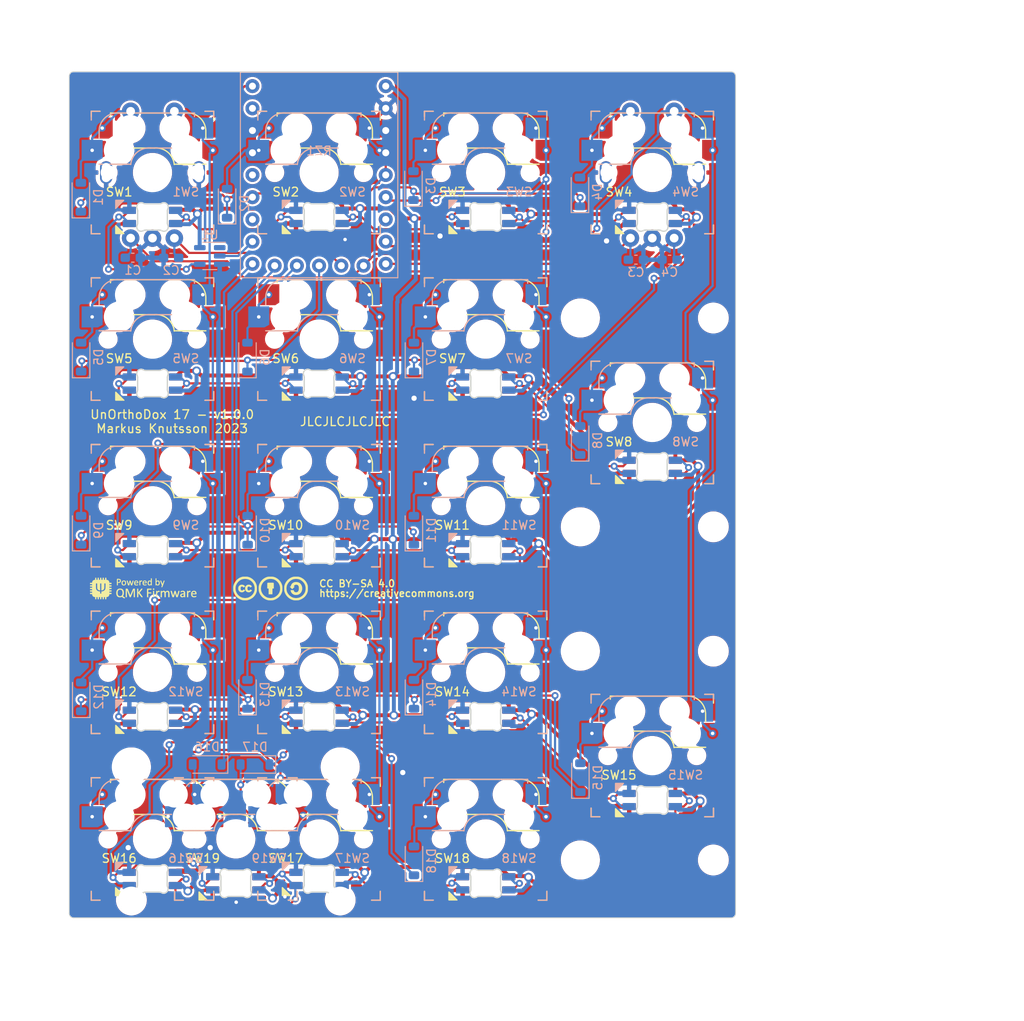
<source format=kicad_pcb>
(kicad_pcb (version 20221018) (generator pcbnew)
  (title_block (title "UnOrthoDox 20") (date "2023-04-15") (rev "v1.0.0") (company "Tweety's Wild Thinking") (comment 1 "Markus Knutsson <markus.knutsson@tweety.se>") (comment 2 "https://github.com/TweetyDaBird") (comment 3 "Licensed under Creative Commons BY-SA 4.0 International "))
  (layers (0 "F.Cu" signal) (31 "B.Cu" signal) (34 "B.Paste" user) (35 "F.Paste" user) (36 "B.SilkS" user "B.Silkscreen") (37 "F.SilkS" user "F.Silkscreen") (38 "B.Mask" user) (39 "F.Mask" user) (44 "Edge.Cuts" user))
  (net 0 "")
  (net 1 "Row0")
  (net 2 "Net-(D2-A)")
  (net 3 "Net-(D3-A)")
  (net 4 "Row1")
  (net 5 "Net-(D5-A)")
  (net 6 "Net-(D6-A)")
  (net 7 "Row2")
  (net 8 "Net-(D7-A)")
  (net 9 "Net-(D9-A)")
  (net 10 "Net-(D10-A)")
  (net 11 "Net-(D11-A)")
  (net 12 "Row3")
  (net 13 "Net-(D12-A)")
  (net 14 "Net-(D13-A)")
  (net 15 "Net-(D14-A)")
  (net 16 "Row4")
  (net 17 "Net-(D15-A)")
  (net 18 "Net-(D18-A)")
  (net 19 "Col0")
  (net 20 "Col1")
  (net 21 "Col2")
  (net 22 "Col3")
  (net 23 "GND")
  (net 24 "RGB_3.3")
  (net 26 "RGB_5")
  (net 27 "+5V")
  (net 28 "Net-(RGB1-DOUT)")
  (net 29 "Net-(RGB2-DOUT)")
  (net 30 "Net-(RGB3-DOUT)")
  (net 31 "Net-(RGB4-DOUT)")
  (net 32 "Net-(RGB10-DIN)")
  (net 33 "Net-(RGB10-DOUT)")
  (net 34 "Net-(RGB11-DOUT)")
  (net 35 "Net-(RGB12-DOUT)")
  (net 36 "Net-(RGB13-DOUT)")
  (net 37 "ALT")
  (net 38 "Net-(D8-A)")
  (net 39 "Net-(RGB5-DOUT)")
  (net 40 "Net-(RGB17-DOUT)")
  (net 41 "unconnected-(RGB18-DOUT-Pad2)")
  (net 42 "Net-(D17-A)")
  (net 43 "Enc_1")
  (net 44 "Enc_2")
  (net 45 "Enc_3")
  (net 46 "EncA")
  (net 47 "EncB")
  (net 49 "Net-(RGB6-DOUT)")
  (net 50 "Net-(RGB7-DOUT)")
  (net 51 "Net-(RGB8-DOUT)")
  (net 52 "Net-(RGB14-DOUT)")
  (net 53 "Net-(RGB15-DOUT)")
  (net 54 "Net-(RGB16-DOUT)")
  (footprint "Logotypes:CC_BY_SA_40_line" (layer "F.Cu") (at 142.33 90.140812)
    (fp_text reference "Logo1")
    (fp_text value "CC-BY-SA-4.0" hide)
  )
  (footprint "Keyboard Switches:SW_MX_HotSwap_Reversible" (layer "F.Cu") (at 119.79 99.81)
    (fp_text reference "SW12" hide)
    (fp_text value "SW_MX_HotSwap" hide)
  )
  (footprint "Keyboard RGB:MX_SK6812MINI-E_REVERSIBLE" (layer "F.Cu") (at 157.89 85.84 180)
    (fp_text reference "RGB11" hide)
    (fp_text value "SK6812MINI-E")
    (fp_line (start -1.699999 0.702841) (end -1.699999 -0.702843) (stroke (width 0.15)) (layer "Edge.Cuts"))
    (fp_line (start -0.794452 -1.5) (end 0.794453 -1.5) (stroke (width 0.15)) (layer "Edge.Cuts"))
    (fp_line (start 0.794452 1.499999) (end -0.794452 1.499999) (stroke (width 0.15)) (layer "Edge.Cuts"))
    (fp_line (start 1.699999 -0.702843) (end 1.699999 0.702841) (stroke (width 0.15)) (layer "Edge.Cuts"))
    (fp_arc (start -1.749484 -0.919721) (mid -1.712527 -0.814069) (end -1.699999 -0.702843) (stroke (width 0.15)) (layer "Edge.Cuts"))
    (fp_arc (start -1.749484 -0.919721) (mid -1.638071 -1.504036) (end -1.046711 -1.5683) (stroke (width 0.15)) (layer "Edge.Cuts"))
    (fp_arc (start -1.699999 0.702842) (mid -1.712527 0.814067) (end -1.749484 0.919719) (stroke (width 0.15)) (layer "Edge.Cuts"))
    (fp_arc (start -1.046711 1.568296) (mid -1.63807 1.504033) (end -1.749484 0.919719) (stroke (width 0.15)) (layer "Edge.Cuts"))
    (fp_arc (start -1.04671 1.568298) (mid -0.925122 1.517376) (end -0.794452 1.499999) (stroke (width 0.15)) (layer "Edge.Cuts"))
    (fp_arc (start -0.794453 -1.500001) (mid -0.925123 -1.517378) (end -1.046711 -1.5683) (stroke (width 0.15)) (layer "Edge.Cuts"))
    (fp_arc (start 0.794452 1.499999) (mid 0.925123 1.517376) (end 1.046711 1.568298) (stroke (width 0.15)) (layer "Edge.Cuts"))
    (fp_arc (start 1.046711 -1.568299) (mid 0.925123 -1.517377) (end 0.794453 -1.5) (stroke (width 0.15)) (layer "Edge.Cuts"))
    (fp_arc (start 1.046711 -1.568299) (mid 1.638071 -1.504036) (end 1.749484 -0.919721) (stroke (width 0.15)) (layer "Edge.Cuts"))
    (fp_arc (start 1.699999 -0.702844) (mid 1.712526 -0.81407) (end 1.749484 -0.919721) (stroke (width 0.15)) (layer "Edge.Cuts"))
    (fp_arc (start 1.749484 0.919718) (mid 1.638072 1.504034) (end 1.046711 1.568298) (stroke (width 0.15)) (layer "Edge.Cuts"))
    (fp_arc (start 1.749484 0.919719) (mid 1.712511 0.81407) (end 1.699999 0.702841) (stroke (width 0.15)) (layer "Edge.Cuts"))
  )
  (footprint "Keyboard Switches:SW_MX_HotSwap_Reversible" (layer "F.Cu") (at 176.94 109.335)
    (fp_text reference "SW15" hide)
    (fp_text value "SW_MX_HotSwap" hide)
  )
  (footprint "Keyboard Switches:SW_MX_HotSwap_Reversible" (layer "F.Cu") (at 138.84 42.66)
    (fp_text reference "SW2" hide)
    (fp_text value "SW_MX_HotSwap" hide)
  )
  (footprint "Keyboard RGB:MX_SK6812MINI-E_REVERSIBLE" (layer "F.Cu") (at 157.89 123.94 180)
    (fp_text reference "RGB18" hide)
    (fp_text value "SK6812MINI-E")
    (fp_line (start -1.699999 0.702841) (end -1.699999 -0.702843) (stroke (width 0.15)) (layer "Edge.Cuts"))
    (fp_line (start -0.794452 -1.5) (end 0.794453 -1.5) (stroke (width 0.15)) (layer "Edge.Cuts"))
    (fp_line (start 0.794452 1.499999) (end -0.794452 1.499999) (stroke (width 0.15)) (layer "Edge.Cuts"))
    (fp_line (start 1.699999 -0.702843) (end 1.699999 0.702841) (stroke (width 0.15)) (layer "Edge.Cuts"))
    (fp_arc (start -1.749484 -0.919721) (mid -1.712527 -0.814069) (end -1.699999 -0.702843) (stroke (width 0.15)) (layer "Edge.Cuts"))
    (fp_arc (start -1.749484 -0.919721) (mid -1.638071 -1.504036) (end -1.046711 -1.5683) (stroke (width 0.15)) (layer "Edge.Cuts"))
    (fp_arc (start -1.699999 0.702842) (mid -1.712527 0.814067) (end -1.749484 0.919719) (stroke (width 0.15)) (layer "Edge.Cuts"))
    (fp_arc (start -1.046711 1.568296) (mid -1.63807 1.504033) (end -1.749484 0.919719) (stroke (width 0.15)) (layer "Edge.Cuts"))
    (fp_arc (start -1.04671 1.568298) (mid -0.925122 1.517376) (end -0.794452 1.499999) (stroke (width 0.15)) (layer "Edge.Cuts"))
    (fp_arc (start -0.794453 -1.500001) (mid -0.925123 -1.517378) (end -1.046711 -1.5683) (stroke (width 0.15)) (layer "Edge.Cuts"))
    (fp_arc (start 0.794452 1.499999) (mid 0.925123 1.517376) (end 1.046711 1.568298) (stroke (width 0.15)) (layer "Edge.Cuts"))
    (fp_arc (start 1.046711 -1.568299) (mid 0.925123 -1.517377) (end 0.794453 -1.5) (stroke (width 0.15)) (layer "Edge.Cuts"))
    (fp_arc (start 1.046711 -1.568299) (mid 1.638071 -1.504036) (end 1.749484 -0.919721) (stroke (width 0.15)) (layer "Edge.Cuts"))
    (fp_arc (start 1.699999 -0.702844) (mid 1.712526 -0.81407) (end 1.749484 -0.919721) (stroke (width 0.15)) (layer "Edge.Cuts"))
    (fp_arc (start 1.749484 0.919718) (mid 1.638072 1.504034) (end 1.046711 1.568298) (stroke (width 0.15)) (layer "Edge.Cuts"))
    (fp_arc (start 1.749484 0.919719) (mid 1.712511 0.81407) (end 1.699999 0.702841) (stroke (width 0.15)) (layer "Edge.Cuts"))
  )
  (footprint "Keyboard RGB:MX_SK6812MINI-E_REVERSIBLE" (layer "F.Cu") (at 119.79 85.84 180)
    (fp_text reference "RGB9" hide)
    (fp_text value "SK6812MINI-E")
    (fp_line (start -1.699999 0.702841) (end -1.699999 -0.702843) (stroke (width 0.15)) (layer "Edge.Cuts"))
    (fp_line (start -0.794452 -1.5) (end 0.794453 -1.5) (stroke (width 0.15)) (layer "Edge.Cuts"))
    (fp_line (start 0.794452 1.499999) (end -0.794452 1.499999) (stroke (width 0.15)) (layer "Edge.Cuts"))
    (fp_line (start 1.699999 -0.702843) (end 1.699999 0.702841) (stroke (width 0.15)) (layer "Edge.Cuts"))
    (fp_arc (start -1.749484 -0.919721) (mid -1.712527 -0.814069) (end -1.699999 -0.702843) (stroke (width 0.15)) (layer "Edge.Cuts"))
    (fp_arc (start -1.749484 -0.919721) (mid -1.638071 -1.504036) (end -1.046711 -1.5683) (stroke (width 0.15)) (layer "Edge.Cuts"))
    (fp_arc (start -1.699999 0.702842) (mid -1.712527 0.814067) (end -1.749484 0.919719) (stroke (width 0.15)) (layer "Edge.Cuts"))
    (fp_arc (start -1.046711 1.568296) (mid -1.63807 1.504033) (end -1.749484 0.919719) (stroke (width 0.15)) (layer "Edge.Cuts"))
    (fp_arc (start -1.04671 1.568298) (mid -0.925122 1.517376) (end -0.794452 1.499999) (stroke (width 0.15)) (layer "Edge.Cuts"))
    (fp_arc (start -0.794453 -1.500001) (mid -0.925123 -1.517378) (end -1.046711 -1.5683) (stroke (width 0.15)) (layer "Edge.Cuts"))
    (fp_arc (start 0.794452 1.499999) (mid 0.925123 1.517376) (end 1.046711 1.568298) (stroke (width 0.15)) (layer "Edge.Cuts"))
    (fp_arc (start 1.046711 -1.568299) (mid 0.925123 -1.517377) (end 0.794453 -1.5) (stroke (width 0.15)) (layer "Edge.Cuts"))
    (fp_arc (start 1.046711 -1.568299) (mid 1.638071 -1.504036) (end 1.749484 -0.919721) (stroke (width 0.15)) (layer "Edge.Cuts"))
    (fp_arc (start 1.699999 -0.702844) (mid 1.712526 -0.81407) (end 1.749484 -0.919721) (stroke (width 0.15)) (layer "Edge.Cuts"))
    (fp_arc (start 1.749484 0.919718) (mid 1.638072 1.504034) (end 1.046711 1.568298) (stroke (width 0.15)) (layer "Edge.Cuts"))
    (fp_arc (start 1.749484 0.919719) (mid 1.712511 0.81407) (end 1.699999 0.702841) (stroke (width 0.15)) (layer "Edge.Cuts"))
  )
  (footprint "Keyboard Stabilizer:Stabilizer_Cherry_MX_2.00u" (layer "F.Cu") (at 176.94 71.235 -90)
    (fp_text reference "ST1" hide)
    (fp_text value "Stabilizer_2u_MX")
  )
  (footprint "Keyboard Switches:SW_MX_HotSwap_Reversible" (layer "F.Cu") (at 157.89 118.86)
    (fp_text reference "SW18" hide)
    (fp_text value "SW_MX_HotSwap" hide)
  )
  (footprint "Keyboard Switches:SW_MX_HotSwap_Reversible" (layer "F.Cu") (at 176.94 71.235)
    (fp_text reference "SW8" hide)
    (fp_text value "SW_MX_HotSwap" hide)
  )
  (footprint "Keyboard RGB:MX_SK6812MINI-E_REVERSIBLE" (layer "F.Cu") (at 138.84 66.79 180)
    (fp_text reference "RGB6" hide)
    (fp_text value "SK6812MINI-E")
    (fp_line (start -1.699999 0.702841) (end -1.699999 -0.702843) (stroke (width 0.15)) (layer "Edge.Cuts"))
    (fp_line (start -0.794452 -1.5) (end 0.794453 -1.5) (stroke (width 0.15)) (layer "Edge.Cuts"))
    (fp_line (start 0.794452 1.499999) (end -0.794452 1.499999) (stroke (width 0.15)) (layer "Edge.Cuts"))
    (fp_line (start 1.699999 -0.702843) (end 1.699999 0.702841) (stroke (width 0.15)) (layer "Edge.Cuts"))
    (fp_arc (start -1.749484 -0.919721) (mid -1.712527 -0.814069) (end -1.699999 -0.702843) (stroke (width 0.15)) (layer "Edge.Cuts"))
    (fp_arc (start -1.749484 -0.919721) (mid -1.638071 -1.504036) (end -1.046711 -1.5683) (stroke (width 0.15)) (layer "Edge.Cuts"))
    (fp_arc (start -1.699999 0.702842) (mid -1.712527 0.814067) (end -1.749484 0.919719) (stroke (width 0.15)) (layer "Edge.Cuts"))
    (fp_arc (start -1.046711 1.568296) (mid -1.63807 1.504033) (end -1.749484 0.919719) (stroke (width 0.15)) (layer "Edge.Cuts"))
    (fp_arc (start -1.04671 1.568298) (mid -0.925122 1.517376) (end -0.794452 1.499999) (stroke (width 0.15)) (layer "Edge.Cuts"))
    (fp_arc (start -0.794453 -1.500001) (mid -0.925123 -1.517378) (end -1.046711 -1.5683) (stroke (width 0.15)) (layer "Edge.Cuts"))
    (fp_arc (start 0.794452 1.499999) (mid 0.925123 1.517376) (end 1.046711 1.568298) (stroke (width 0.15)) (layer "Edge.Cuts"))
    (fp_arc (start 1.046711 -1.568299) (mid 0.925123 -1.517377) (end 0.794453 -1.5) (stroke (width 0.15)) (layer "Edge.Cuts"))
    (fp_arc (start 1.046711 -1.568299) (mid 1.638071 -1.504036) (end 1.749484 -0.919721) (stroke (width 0.15)) (layer "Edge.Cuts"))
    (fp_arc (start 1.699999 -0.702844) (mid 1.712526 -0.81407) (end 1.749484 -0.919721) (stroke (width 0.15)) (layer "Edge.Cuts"))
    (fp_arc (start 1.749484 0.919718) (mid 1.638072 1.504034) (end 1.046711 1.568298) (stroke (width 0.15)) (layer "Edge.Cuts"))
    (fp_arc (start 1.749484 0.919719) (mid 1.712511 0.81407) (end 1.699999 0.702841) (stroke (width 0.15)) (layer "Edge.Cuts"))
  )
  (footprint "Keyboard RGB:MX_SK6812MINI-E_REVERSIBLE" (layer "F.Cu") (at 138.84 104.89 180)
    (fp_text reference "RGB13" hide)
    (fp_text value "SK6812MINI-E")
    (fp_line (start -1.699999 0.702841) (end -1.699999 -0.702843) (stroke (width 0.15)) (layer "Edge.Cuts"))
    (fp_line (start -0.794452 -1.5) (end 0.794453 -1.5) (stroke (width 0.15)) (layer "Edge.Cuts"))
    (fp_line (start 0.794452 1.499999) (end -0.794452 1.499999) (stroke (width 0.15)) (layer "Edge.Cuts"))
    (fp_line (start 1.699999 -0.702843) (end 1.699999 0.702841) (stroke (width 0.15)) (layer "Edge.Cuts"))
    (fp_arc (start -1.749484 -0.919721) (mid -1.712527 -0.814069) (end -1.699999 -0.702843) (stroke (width 0.15)) (layer "Edge.Cuts"))
    (fp_arc (start -1.749484 -0.919721) (mid -1.638071 -1.504036) (end -1.046711 -1.5683) (stroke (width 0.15)) (layer "Edge.Cuts"))
    (fp_arc (start -1.699999 0.702842) (mid -1.712527 0.814067) (end -1.749484 0.919719) (stroke (width 0.15)) (layer "Edge.Cuts"))
    (fp_arc (start -1.046711 1.568296) (mid -1.63807 1.504033) (end -1.749484 0.919719) (stroke (width 0.15)) (layer "Edge.Cuts"))
    (fp_arc (start -1.04671 1.568298) (mid -0.925122 1.517376) (end -0.794452 1.499999) (stroke (width 0.15)) (layer "Edge.Cuts"))
    (fp_arc (start -0.794453 -1.500001) (mid -0.925123 -1.517378) (end -1.046711 -1.5683) (stroke (width 0.15)) (layer "Edge.Cuts"))
    (fp_arc (start 0.794452 1.499999) (mid 0.925123 1.517376) (end 1.046711 1.568298) (stroke (width 0.15)) (layer "Edge.Cuts"))
    (fp_arc (start 1.046711 -1.568299) (mid 0.925123 -1.517377) (end 0.794453 -1.5) (stroke (width 0.15)) (layer "Edge.Cuts"))
    (fp_arc (start 1.046711 -1.568299) (mid 1.638071 -1.504036) (end 1.749484 -0.919721) (stroke (width 0.15)) (layer "Edge.Cuts"))
    (fp_arc (start 1.699999 -0.702844) (mid 1.712526 -0.81407) (end 1.749484 -0.919721) (stroke (width 0.15)) (layer "Edge.Cuts"))
    (fp_arc (start 1.749484 0.919718) (mid 1.638072 1.504034) (end 1.046711 1.568298) (stroke (width 0.15)) (layer "Edge.Cuts"))
    (fp_arc (start 1.749484 0.919719) (mid 1.712511 0.81407) (end 1.699999 0.702841) (stroke (width 0.15)) (layer "Edge.Cuts"))
  )
  (footprint "Keyboard Switches:SW_MX_HotSwap_Reversible" (layer "F.Cu") (at 119.79 61.71)
    (fp_text reference "SW5" hide)
    (fp_text value "SW_MX_HotSwap" hide)
  )
  (footprint "Keyboard Switches:SW_MX_HotSwap_Reversible" (layer "F.Cu") (at 176.94 42.66)
    (fp_text reference "SW4" hide)
    (fp_text value "SW_MX_HotSwap" hide)
  )
  (footprint "Keyboard RGB:MX_SK6812MINI-E_REVERSIBLE" (layer "F.Cu") (at 138.84 85.84 180)
    (fp_text reference "RGB10" hide)
    (fp_text value "SK6812MINI-E")
    (fp_line (start -1.699999 0.702841) (end -1.699999 -0.702843) (stroke (width 0.15)) (layer "Edge.Cuts"))
    (fp_line (start -0.794452 -1.5) (end 0.794453 -1.5) (stroke (width 0.15)) (layer "Edge.Cuts"))
    (fp_line (start 0.794452 1.499999) (end -0.794452 1.499999) (stroke (width 0.15)) (layer "Edge.Cuts"))
    (fp_line (start 1.699999 -0.702843) (end 1.699999 0.702841) (stroke (width 0.15)) (layer "Edge.Cuts"))
    (fp_arc (start -1.749484 -0.919721) (mid -1.712527 -0.814069) (end -1.699999 -0.702843) (stroke (width 0.15)) (layer "Edge.Cuts"))
    (fp_arc (start -1.749484 -0.919721) (mid -1.638071 -1.504036) (end -1.046711 -1.5683) (stroke (width 0.15)) (layer "Edge.Cuts"))
    (fp_arc (start -1.699999 0.702842) (mid -1.712527 0.814067) (end -1.749484 0.919719) (stroke (width 0.15)) (layer "Edge.Cuts"))
    (fp_arc (start -1.046711 1.568296) (mid -1.63807 1.504033) (end -1.749484 0.919719) (stroke (width 0.15)) (layer "Edge.Cuts"))
    (fp_arc (start -1.04671 1.568298) (mid -0.925122 1.517376) (end -0.794452 1.499999) (stroke (width 0.15)) (layer "Edge.Cuts"))
    (fp_arc (start -0.794453 -1.500001) (mid -0.925123 -1.517378) (end -1.046711 -1.5683) (stroke (width 0.15)) (layer "Edge.Cuts"))
    (fp_arc (start 0.794452 1.499999) (mid 0.925123 1.517376) (end 1.046711 1.568298) (stroke (width 0.15)) (layer "Edge.Cuts"))
    (fp_arc (start 1.046711 -1.568299) (mid 0.925123 -1.517377) (end 0.794453 -1.5) (stroke (width 0.15)) (layer "Edge.Cuts"))
    (fp_arc (start 1.046711 -1.568299) (mid 1.638071 -1.504036) (end 1.749484 -0.919721) (stroke (width 0.15)) (layer "Edge.Cuts"))
    (fp_arc (start 1.699999 -0.702844) (mid 1.712526 -0.81407) (end 1.749484 -0.919721) (stroke (width 0.15)) (layer "Edge.Cuts"))
    (fp_arc (start 1.749484 0.919718) (mid 1.638072 1.504034) (end 1.046711 1.568298) (stroke (width 0.15)) (layer "Edge.Cuts"))
    (fp_arc (start 1.749484 0.919719) (mid 1.712511 0.81407) (end 1.699999 0.702841) (stroke (width 0.15)) (layer "Edge.Cuts"))
  )
  (footprint "Keyboard RGB:MX_SK6812MINI-E_REVERSIBLE" (layer "F.Cu") (at 157.89 47.74 180)
    (fp_text reference "RGB3" hide)
    (fp_text value "SK6812MINI-E")
    (fp_line (start -1.699999 0.702841) (end -1.699999 -0.702843) (stroke (width 0.15)) (layer "Edge.Cuts"))
    (fp_line (start -0.794452 -1.5) (end 0.794453 -1.5) (stroke (width 0.15)) (layer "Edge.Cuts"))
    (fp_line (start 0.794452 1.499999) (end -0.794452 1.499999) (stroke (width 0.15)) (layer "Edge.Cuts"))
    (fp_line (start 1.699999 -0.702843) (end 1.699999 0.702841) (stroke (width 0.15)) (layer "Edge.Cuts"))
    (fp_arc (start -1.749484 -0.919721) (mid -1.712527 -0.814069) (end -1.699999 -0.702843) (stroke (width 0.15)) (layer "Edge.Cuts"))
    (fp_arc (start -1.749484 -0.919721) (mid -1.638071 -1.504036) (end -1.046711 -1.5683) (stroke (width 0.15)) (layer "Edge.Cuts"))
    (fp_arc (start -1.699999 0.702842) (mid -1.712527 0.814067) (end -1.749484 0.919719) (stroke (width 0.15)) (layer "Edge.Cuts"))
    (fp_arc (start -1.046711 1.568296) (mid -1.63807 1.504033) (end -1.749484 0.919719) (stroke (width 0.15)) (layer "Edge.Cuts"))
    (fp_arc (start -1.04671 1.568298) (mid -0.925122 1.517376) (end -0.794452 1.499999) (stroke (width 0.15)) (layer "Edge.Cuts"))
    (fp_arc (start -0.794453 -1.500001) (mid -0.925123 -1.517378) (end -1.046711 -1.5683) (stroke (width 0.15)) (layer "Edge.Cuts"))
    (fp_arc (start 0.794452 1.499999) (mid 0.925123 1.517376) (end 1.046711 1.568298) (stroke (width 0.15)) (layer "Edge.Cuts"))
    (fp_arc (start 1.046711 -1.568299) (mid 0.925123 -1.517377) (end 0.794453 -1.5) (stroke (width 0.15)) (layer "Edge.Cuts"))
    (fp_arc (start 1.046711 -1.568299) (mid 1.638071 -1.504036) (end 1.749484 -0.919721) (stroke (width 0.15)) (layer "Edge.Cuts"))
    (fp_arc (start 1.699999 -0.702844) (mid 1.712526 -0.81407) (end 1.749484 -0.919721) (stroke (width 0.15)) (layer "Edge.Cuts"))
    (fp_arc (start 1.749484 0.919718) (mid 1.638072 1.504034) (end 1.046711 1.568298) (stroke (width 0.15)) (layer "Edge.Cuts"))
    (fp_arc (start 1.749484 0.919719) (mid 1.712511 0.81407) (end 1.699999 0.702841) (stroke (width 0.15)) (layer "Edge.Cuts"))
  )
  (footprint "Keyboard RGB:MX_SK6812MINI-E_REVERSIBLE" (layer "F.Cu") (at 176.94 47.74 180)
    (fp_text reference "RGB4" hide)
    (fp_text value "SK6812MINI-E")
    (fp_line (start -1.699999 0.702841) (end -1.699999 -0.702843) (stroke (width 0.15)) (layer "Edge.Cuts"))
    (fp_line (start -0.794452 -1.5) (end 0.794453 -1.5) (stroke (width 0.15)) (layer "Edge.Cuts"))
    (fp_line (start 0.794452 1.499999) (end -0.794452 1.499999) (stroke (width 0.15)) (layer "Edge.Cuts"))
    (fp_line (start 1.699999 -0.702843) (end 1.699999 0.702841) (stroke (width 0.15)) (layer "Edge.Cuts"))
    (fp_arc (start -1.749484 -0.919721) (mid -1.712527 -0.814069) (end -1.699999 -0.702843) (stroke (width 0.15)) (layer "Edge.Cuts"))
    (fp_arc (start -1.749484 -0.919721) (mid -1.638071 -1.504036) (end -1.046711 -1.5683) (stroke (width 0.15)) (layer "Edge.Cuts"))
    (fp_arc (start -1.699999 0.702842) (mid -1.712527 0.814067) (end -1.749484 0.919719) (stroke (width 0.15)) (layer "Edge.Cuts"))
    (fp_arc (start -1.046711 1.568296) (mid -1.63807 1.504033) (end -1.749484 0.919719) (stroke (width 0.15)) (layer "Edge.Cuts"))
    (fp_arc (start -1.04671 1.568298) (mid -0.925122 1.517376) (end -0.794452 1.499999) (stroke (width 0.15)) (layer "Edge.Cuts"))
    (fp_arc (start -0.794453 -1.500001) (mid -0.925123 -1.517378) (end -1.046711 -1.5683) (stroke (width 0.15)) (layer "Edge.Cuts"))
    (fp_arc (start 0.794452 1.499999) (mid 0.925123 1.517376) (end 1.046711 1.568298) (stroke (width 0.15)) (layer "Edge.Cuts"))
    (fp_arc (start 1.046711 -1.568299) (mid 0.925123 -1.517377) (end 0.794453 -1.5) (stroke (width 0.15)) (layer "Edge.Cuts"))
    (fp_arc (start 1.046711 -1.568299) (mid 1.638071 -1.504036) (end 1.749484 -0.919721) (stroke (width 0.15)) (layer "Edge.Cuts"))
    (fp_arc (start 1.699999 -0.702844) (mid 1.712526 -0.81407) (end 1.749484 -0.919721) (stroke (width 0.15)) (layer "Edge.Cuts"))
    (fp_arc (start 1.749484 0.919718) (mid 1.638072 1.504034) (end 1.046711 1.568298) (stroke (width 0.15)) (layer "Edge.Cuts"))
    (fp_arc (start 1.749484 0.919719) (mid 1.712511 0.81407) (end 1.699999 0.702841) (stroke (width 0.15)) (layer "Edge.Cuts"))
  )
  (footprint "Keyboard Stabilizer:Stabilizer_Cherry_MX_2.00u" (layer "F.Cu") (at 176.94 109.335 -90)
    (fp_text reference "ST2" hide)
    (fp_text value "Stabilizer_2u_MX")
  )
  (footprint "Keyboard RGB:MX_SK6812MINI-E_REVERSIBLE" (layer "F.Cu") (at 157.89 104.89 180)
    (fp_text reference "RGB14" hide)
    (fp_text value "SK6812MINI-E")
    (fp_line (start -1.699999 0.702841) (end -1.699999 -0.702843) (stroke (width 0.15)) (layer "Edge.Cuts"))
    (fp_line (start -0.794452 -1.5) (end 0.794453 -1.5) (stroke (width 0.15)) (layer "Edge.Cuts"))
    (fp_line (start 0.794452 1.499999) (end -0.794452 1.499999) (stroke (width 0.15)) (layer "Edge.Cuts"))
    (fp_line (start 1.699999 -0.702843) (end 1.699999 0.702841) (stroke (width 0.15)) (layer "Edge.Cuts"))
    (fp_arc (start -1.749484 -0.919721) (mid -1.712527 -0.814069) (end -1.699999 -0.702843) (stroke (width 0.15)) (layer "Edge.Cuts"))
    (fp_arc (start -1.749484 -0.919721) (mid -1.638071 -1.504036) (end -1.046711 -1.5683) (stroke (width 0.15)) (layer "Edge.Cuts"))
    (fp_arc (start -1.699999 0.702842) (mid -1.712527 0.814067) (end -1.749484 0.919719) (stroke (width 0.15)) (layer "Edge.Cuts"))
    (fp_arc (start -1.046711 1.568296) (mid -1.63807 1.504033) (end -1.749484 0.919719) (stroke (width 0.15)) (layer "Edge.Cuts"))
    (fp_arc (start -1.04671 1.568298) (mid -0.925122 1.517376) (end -0.794452 1.499999) (stroke (width 0.15)) (layer "Edge.Cuts"))
    (fp_arc (start -0.794453 -1.500001) (mid -0.925123 -1.517378) (end -1.046711 -1.5683) (stroke (width 0.15)) (layer "Edge.Cuts"))
    (fp_arc (start 0.794452 1.499999) (mid 0.925123 1.517376) (end 1.046711 1.568298) (stroke (width 0.15)) (layer "Edge.Cuts"))
    (fp_arc (start 1.046711 -1.568299) (mid 0.925123 -1.517377) (end 0.794453 -1.5) (stroke (width 0.15)) (layer "Edge.Cuts"))
    (fp_arc (start 1.046711 -1.568299) (mid 1.638071 -1.504036) (end 1.749484 -0.919721) (stroke (width 0.15)) (layer "Edge.Cuts"))
    (fp_arc (start 1.699999 -0.702844) (mid 1.712526 -0.81407) (end 1.749484 -0.919721) (stroke (width 0.15)) (layer "Edge.Cuts"))
    (fp_arc (start 1.749484 0.919718) (mid 1.638072 1.504034) (end 1.046711 1.568298) (stroke (width 0.15)) (layer "Edge.Cuts"))
    (fp_arc (start 1.749484 0.919719) (mid 1.712511 0.81407) (end 1.699999 0.702841) (stroke (width 0.15)) (layer "Edge.Cuts"))
  )
  (footprint "Keyboard RGB:MX_SK6812MINI-E_REVERSIBLE" (layer "F.Cu") (at 119.79 47.74 180)
    (fp_text reference "RGB1" hide)
    (fp_text value "SK6812MINI-E")
    (fp_line (start -1.699999 0.702841) (end -1.699999 -0.702843) (stroke (width 0.15)) (layer "Edge.Cuts"))
    (fp_line (start -0.794452 -1.5) (end 0.794453 -1.5) (stroke (width 0.15)) (layer "Edge.Cuts"))
    (fp_line (start 0.794452 1.499999) (end -0.794452 1.499999) (stroke (width 0.15)) (layer "Edge.Cuts"))
    (fp_line (start 1.699999 -0.702843) (end 1.699999 0.702841) (stroke (width 0.15)) (layer "Edge.Cuts"))
    (fp_arc (start -1.749484 -0.919721) (mid -1.712527 -0.814069) (end -1.699999 -0.702843) (stroke (width 0.15)) (layer "Edge.Cuts"))
    (fp_arc (start -1.749484 -0.919721) (mid -1.638071 -1.504036) (end -1.046711 -1.5683) (stroke (width 0.15)) (layer "Edge.Cuts"))
    (fp_arc (start -1.699999 0.702842) (mid -1.712527 0.814067) (end -1.749484 0.919719) (stroke (width 0.15)) (layer "Edge.Cuts"))
    (fp_arc (start -1.046711 1.568296) (mid -1.63807 1.504033) (end -1.749484 0.919719) (stroke (width 0.15)) (layer "Edge.Cuts"))
    (fp_arc (start -1.04671 1.568298) (mid -0.925122 1.517376) (end -0.794452 1.499999) (stroke (width 0.15)) (layer "Edge.Cuts"))
    (fp_arc (start -0.794453 -1.500001) (mid -0.925123 -1.517378) (end -1.046711 -1.5683) (stroke (width 0.15)) (layer "Edge.Cuts"))
    (fp_arc (start 0.794452 1.499999) (mid 0.925123 1.517376) (end 1.046711 1.568298) (stroke (width 0.15)) (layer "Edge.Cuts"))
    (fp_arc (start 1.046711 -1.568299) (mid 0.925123 -1.517377) (end 0.794453 -1.5) (stroke (width 0.15)) (layer "Edge.Cuts"))
    (fp_arc (start 1.046711 -1.568299) (mid 1.638071 -1.504036) (end 1.749484 -0.919721) (stroke (width 0.15)) (layer "Edge.Cuts"))
    (fp_arc (start 1.699999 -0.702844) (mid 1.712526 -0.81407) (end 1.749484 -0.919721) (stroke (width 0.15)) (layer "Edge.Cuts"))
    (fp_arc (start 1.749484 0.919718) (mid 1.638072 1.504034) (end 1.046711 1.568298) (stroke (width 0.15)) (layer "Edge.Cuts"))
    (fp_arc (start 1.749484 0.919719) (mid 1.712511 0.81407) (end 1.699999 0.702841) (stroke (width 0.15)) (layer "Edge.Cuts"))
  )
  (footprint "Keyboard Switches:SW_MX_HotSwap_Reversible" (layer "F.Cu") (at 157.89 99.81)
    (fp_text reference "SW14" hide)
    (fp_text value "SW_MX_HotSwap" hide)
  )
  (footprint "Keyboard Stabilizer:Stabilizer_Cherry_MX_2.00u" (layer "F.Cu") (at 129.315 118.86 180)
    (fp_text reference "ST3" hide)
    (fp_text value "Stabilizer_2u_MX")
  )
  (footprint "Keyboard Switches:SW_MX_HotSwap_Reversible" (layer "F.Cu") (at 138.84 80.76)
    (fp_text reference "SW10" hide)
    (fp_text value "SW_MX_HotSwap" hide)
  )
  (footprint "Keyboard Switches:SW_MX_HotSwap_Reversible" (layer "F.Cu") (at 119.79 80.76)
    (fp_text reference "SW9" hide)
    (fp_text value "SW_MX_HotSwap" hide)
  )
  (footprint "Keyboard RGB:MX_SK6812MINI-E_REVERSIBLE" (layer "F.Cu") (at 119.77 123.44 180)
    (fp_text reference "RGB16" hide)
    (fp_text value "SK6812MINI-E")
    (fp_line (start -1.699999 0.702841) (end -1.699999 -0.702843) (stroke (width 0.15)) (layer "Edge.Cuts"))
    (fp_line (start -0.794452 -1.5) (end 0.794453 -1.5) (stroke (width 0.15)) (layer "Edge.Cuts"))
    (fp_line (start 0.794452 1.499999) (end -0.794452 1.499999) (stroke (width 0.15)) (layer "Edge.Cuts"))
    (fp_line (start 1.699999 -0.702843) (end 1.699999 0.702841) (stroke (width 0.15)) (layer "Edge.Cuts"))
    (fp_arc (start -1.749484 -0.919721) (mid -1.712527 -0.814069) (end -1.699999 -0.702843) (stroke (width 0.15)) (layer "Edge.Cuts"))
    (fp_arc (start -1.749484 -0.919721) (mid -1.638071 -1.504036) (end -1.046711 -1.5683) (stroke (width 0.15)) (layer "Edge.Cuts"))
    (fp_arc (start -1.699999 0.702842) (mid -1.712527 0.814067) (end -1.749484 0.919719) (stroke (width 0.15)) (layer "Edge.Cuts"))
    (fp_arc (start -1.046711 1.568296) (mid -1.63807 1.504033) (end -1.749484 0.919719) (stroke (width 0.15)) (layer "Edge.Cuts"))
    (fp_arc (start -1.04671 1.568298) (mid -0.925122 1.517376) (end -0.794452 1.499999) (stroke (width 0.15)) (layer "Edge.Cuts"))
    (fp_arc (start -0.794453 -1.500001) (mid -0.925123 -1.517378) (end -1.046711 -1.5683) (stroke (width 0.15)) (layer "Edge.Cuts"))
    (fp_arc (start 0.794452 1.499999) (mid 0.925123 1.517376) (end 1.046711 1.568298) (stroke (width 0.15)) (layer "Edge.Cuts"))
    (fp_arc (start 1.046711 -1.568299) (mid 0.925123 -1.517377) (end 0.794453 -1.5) (stroke (width 0.15)) (layer "Edge.Cuts"))
    (fp_arc (start 1.046711 -1.568299) (mid 1.638071 -1.504036) (end 1.749484 -0.919721) (stroke (width 0.15)) (layer "Edge.Cuts"))
    (fp_arc (start 1.699999 -0.702844) (mid 1.712526 -0.81407) (end 1.749484 -0.919721) (stroke (width 0.15)) (layer "Edge.Cuts"))
    (fp_arc (start 1.749484 0.919718) (mid 1.638072 1.504034) (end 1.046711 1.568298) (stroke (width 0.15)) (layer "Edge.Cuts"))
    (fp_arc (start 1.749484 0.919719) (mid 1.712511 0.81407) (end 1.699999 0.702841) (stroke (width 0.15)) (layer "Edge.Cuts"))
  )
  (footprint "Keyboard RGB:MX_SK6812MINI-E_REVERSIBLE" (layer "F.Cu") (at 157.89 66.79 180)
    (fp_text reference "RGB7" hide)
    (fp_text value "SK6812MINI-E")
    (fp_line (start -1.699999 0.702841) (end -1.699999 -0.702843) (stroke (width 0.15)) (layer "Edge.Cuts"))
    (fp_line (start -0.794452 -1.5) (end 0.794453 -1.5) (stroke (width 0.15)) (layer "Edge.Cuts"))
    (fp_line (start 0.794452 1.499999) (end -0.794452 1.499999) (stroke (width 0.15)) (layer "Edge.Cuts"))
    (fp_line (start 1.699999 -0.702843) (end 1.699999 0.702841) (stroke (width 0.15)) (layer "Edge.Cuts"))
    (fp_arc (start -1.749484 -0.919721) (mid -1.712527 -0.814069) (end -1.699999 -0.702843) (stroke (width 0.15)) (layer "Edge.Cuts"))
    (fp_arc (start -1.749484 -0.919721) (mid -1.638071 -1.504036) (end -1.046711 -1.5683) (stroke (width 0.15)) (layer "Edge.Cuts"))
    (fp_arc (start -1.699999 0.702842) (mid -1.712527 0.814067) (end -1.749484 0.919719) (stroke (width 0.15)) (layer "Edge.Cuts"))
    (fp_arc (start -1.046711 1.568296) (mid -1.63807 1.504033) (end -1.749484 0.919719) (stroke (width 0.15)) (layer "Edge.Cuts"))
    (fp_arc (start -1.04671 1.568298) (mid -0.925122 1.517376) (end -0.794452 1.499999) (stroke (width 0.15)) (layer "Edge.Cuts"))
    (fp_arc (start -0.794453 -1.500001) (mid -0.925123 -1.517378) (end -1.046711 -1.5683) (stroke (width 0.15)) (layer "Edge.Cuts"))
    (fp_arc (start 0.794452 1.499999) (mid 0.925123 1.517376) (end 1.046711 1.568298) (stroke (width 0.15)) (layer "Edge.Cuts"))
    (fp_arc (start 1.046711 -1.568299) (mid 0.925123 -1.517377) (end 0.794453 -1.5) (stroke (width 0.15)) (layer "Edge.Cuts"))
    (fp_arc (start 1.046711 -1.568299) (mid 1.638071 -1.504036) (end 1.749484 -0.919721) (stroke (width 0.15)) (layer "Edge.Cuts"))
    (fp_arc (start 1.699999 -0.702844) (mid 1.712526 -0.81407) (end 1.749484 -0.919721) (stroke (width 0.15)) (layer "Edge.Cuts"))
    (fp_arc (start 1.749484 0.919718) (mid 1.638072 1.504034) (end 1.046711 1.568298) (stroke (width 0.15)) (layer "Edge.Cuts"))
    (fp_arc (start 1.749484 0.919719) (mid 1.712511 0.81407) (end 1.699999 0.702841) (stroke (width 0.15)) (layer "Edge.Cuts"))
  )
  (footprint "Keyboard Switches:SW_MX_HotSwap_Reversible" (layer "F.Cu") (at 119.79 42.66)
    (fp_text reference "SW1" hide)
    (fp_text value "SW_MX_HotSwap" hide)
  )
  (footprint "Keyboard Switches:SW_MX_HotSwap_Reversible" (layer "F.Cu") (at 138.84 118.86)
    (fp_text reference "SW17" hide)
    (fp_text value "SW_MX_HotSwap" hide)
  )
  (footprint "Keyboard RGB:MX_SK6812MINI-E_REVERSIBLE" (layer "F.Cu") (at 138.84 123.44 180)
    (fp_text reference "RGB17" hide)
    (fp_text value "SK6812MINI-E")
    (fp_line (start -1.699999 0.702841) (end -1.699999 -0.702843) (stroke (width 0.15)) (layer "Edge.Cuts"))
    (fp_line (start -0.794452 -1.5) (end 0.794453 -1.5) (stroke (width 0.15)) (layer "Edge.Cuts"))
    (fp_line (start 0.794452 1.499999) (end -0.794452 1.499999) (stroke (width 0.15)) (layer "Edge.Cuts"))
    (fp_line (start 1.699999 -0.702843) (end 1.699999 0.702841) (stroke (width 0.15)) (layer "Edge.Cuts"))
    (fp_arc (start -1.749484 -0.919721) (mid -1.712527 -0.814069) (end -1.699999 -0.702843) (stroke (width 0.15)) (layer "Edge.Cuts"))
    (fp_arc (start -1.749484 -0.919721) (mid -1.638071 -1.504036) (end -1.046711 -1.5683) (stroke (width 0.15)) (layer "Edge.Cuts"))
    (fp_arc (start -1.699999 0.702842) (mid -1.712527 0.814067) (end -1.749484 0.919719) (stroke (width 0.15)) (layer "Edge.Cuts"))
    (fp_arc (start -1.046711 1.568296) (mid -1.63807 1.504033) (end -1.749484 0.919719) (stroke (width 0.15)) (layer "Edge.Cuts"))
    (fp_arc (start -1.04671 1.568298) (mid -0.925122 1.517376) (end -0.794452 1.499999) (stroke (width 0.15)) (layer "Edge.Cuts"))
    (fp_arc (start -0.794453 -1.500001) (mid -0.925123 -1.517378) (end -1.046711 -1.5683) (stroke (width 0.15)) (layer "Edge.Cuts"))
    (fp_arc (start 0.794452 1.499999) (mid 0.925123 1.517376) (end 1.046711 1.568298) (stroke (width 0.15)) (layer "Edge.Cuts"))
    (fp_arc (start 1.046711 -1.568299) (mid 0.925123 -1.517377) (end 0.794453 -1.5) (stroke (width 0.15)) (layer "Edge.Cuts"))
    (fp_arc (start 1.046711 -1.568299) (mid 1.638071 -1.504036) (end 1.749484 -0.919721) (stroke (width 0.15)) (layer "Edge.Cuts"))
    (fp_arc (start 1.699999 -0.702844) (mid 1.712526 -0.81407) (end 1.749484 -0.919721) (stroke (width 0.15)) (layer "Edge.Cuts"))
    (fp_arc (start 1.749484 0.919718) (mid 1.638072 1.504034) (end 1.046711 1.568298) (stroke (width 0.15)) (layer "Edge.Cuts"))
    (fp_arc (start 1.749484 0.919719) (mid 1.712511 0.81407) (end 1.699999 0.702841) (stroke (width 0.15)) (layer "Edge.Cuts"))
  )
  (footprint "Keyboard Switches:SW_MX_HotSwap_Reversible" (layer "F.Cu") (at 138.84 61.71)
    (fp_text reference "SW6" hide)
    (fp_text value "SW_MX_HotSwap" hide)
  )
  (footprint "Keyboard RGB:MX_SK6812MINI-E_REVERSIBLE" (layer "F.Cu") (at 119.79 66.79 180)
    (fp_text reference "RGB5" hide)
    (fp_text value "SK6812MINI-E")
    (fp_line (start -1.699999 0.702841) (end -1.699999 -0.702843) (stroke (width 0.15)) (layer "Edge.Cuts"))
    (fp_line (start -0.794452 -1.5) (end 0.794453 -1.5) (stroke (width 0.15)) (layer "Edge.Cuts"))
    (fp_line (start 0.794452 1.499999) (end -0.794452 1.499999) (stroke (width 0.15)) (layer "Edge.Cuts"))
    (fp_line (start 1.699999 -0.702843) (end 1.699999 0.702841) (stroke (width 0.15)) (layer "Edge.Cuts"))
    (fp_arc (start -1.749484 -0.919721) (mid -1.712527 -0.814069) (end -1.699999 -0.702843) (stroke (width 0.15)) (layer "Edge.Cuts"))
    (fp_arc (start -1.749484 -0.919721) (mid -1.638071 -1.504036) (end -1.046711 -1.5683) (stroke (width 0.15)) (layer "Edge.Cuts"))
    (fp_arc (start -1.699999 0.702842) (mid -1.712527 0.814067) (end -1.749484 0.919719) (stroke (width 0.15)) (layer "Edge.Cuts"))
    (fp_arc (start -1.046711 1.568296) (mid -1.63807 1.504033) (end -1.749484 0.919719) (stroke (width 0.15)) (layer "Edge.Cuts"))
    (fp_arc (start -1.04671 1.568298) (mid -0.925122 1.517376) (end -0.794452 1.499999) (stroke (width 0.15)) (layer "Edge.Cuts"))
    (fp_arc (start -0.794453 -1.500001) (mid -0.925123 -1.517378) (end -1.046711 -1.5683) (stroke (width 0.15)) (layer "Edge.Cuts"))
    (fp_arc (start 0.794452 1.499999) (mid 0.925123 1.517376) (end 1.046711 1.568298) (stroke (width 0.15)) (layer "Edge.Cuts"))
    (fp_arc (start 1.046711 -1.568299) (mid 0.925123 -1.517377) (end 0.794453 -1.5) (stroke (width 0.15)) (layer "Edge.Cuts"))
    (fp_arc (start 1.046711 -1.568299) (mid 1.638071 -1.504036) (end 1.749484 -0.919721) (stroke (width 0.15)) (layer "Edge.Cuts"))
    (fp_arc (start 1.699999 -0.702844) (mid 1.712526 -0.81407) (end 1.749484 -0.919721) (stroke (width 0.15)) (layer "Edge.Cuts"))
    (fp_arc (start 1.749484 0.919718) (mid 1.638072 1.504034) (end 1.046711 1.568298) (stroke (width 0.15)) (layer "Edge.Cuts"))
    (fp_arc (start 1.749484 0.919719) (mid 1.712511 0.81407) (end 1.699999 0.702841) (stroke (width 0.15)) (layer "Edge.Cuts"))
  )
  (footprint "Keyboard Encoders:Encoder_Alps_EC11E_Small" (layer "F.Cu") (at 176.94 42.66 90)
    (fp_text reference "ENC2" hide)
    (fp_text value "Rotary_Encoder_Click" hide)
  )
  (footprint "Logotypes:Powered_by_QMK" (layer "F.Cu") (at 118.76 90.21)
    (fp_text reference "Logo2" hide)
    (fp_text value "QMK_Logo" hide)
  )
  (footprint "Keyboard RGB:MX_SK6812MINI-E_REVERSIBLE" (layer "F.Cu") (at 129.315 123.94 180)
    (fp_text reference "RGB19" hide)
    (fp_text value "SK6812MINI-E")
    (fp_line (start -1.699999 0.702841) (end -1.699999 -0.702843) (stroke (width 0.15)) (layer "Edge.Cuts"))
    (fp_line (start -0.794452 -1.5) (end 0.794453 -1.5) (stroke (width 0.15)) (layer "Edge.Cuts"))
    (fp_line (start 0.794452 1.499999) (end -0.794452 1.499999) (stroke (width 0.15)) (layer "Edge.Cuts"))
    (fp_line (start 1.699999 -0.702843) (end 1.699999 0.702841) (stroke (width 0.15)) (layer "Edge.Cuts"))
    (fp_arc (start -1.749484 -0.919721) (mid -1.712527 -0.814069) (end -1.699999 -0.702843) (stroke (width 0.15)) (layer "Edge.Cuts"))
    (fp_arc (start -1.749484 -0.919721) (mid -1.638071 -1.504036) (end -1.046711 -1.5683) (stroke (width 0.15)) (layer "Edge.Cuts"))
    (fp_arc (start -1.699999 0.702842) (mid -1.712527 0.814067) (end -1.749484 0.919719) (stroke (width 0.15)) (layer "Edge.Cuts"))
    (fp_arc (start -1.046711 1.568296) (mid -1.63807 1.504033) (end -1.749484 0.919719) (stroke (width 0.15)) (layer "Edge.Cuts"))
    (fp_arc (start -1.04671 1.568298) (mid -0.925122 1.517376) (end -0.794452 1.499999) (stroke (width 0.15)) (layer "Edge.Cuts"))
    (fp_arc (start -0.794453 -1.500001) (mid -0.925123 -1.517378) (end -1.046711 -1.5683) (stroke (width 0.15)) (layer "Edge.Cuts"))
    (fp_arc (start 0.794452 1.499999) (mid 0.925123 1.517376) (end 1.046711 1.568298) (stroke (width 0.15)) (layer "Edge.Cuts"))
    (fp_arc (start 1.046711 -1.568299) (mid 0.925123 -1.517377) (end 0.794453 -1.5) (stroke (width 0.15)) (layer "Edge.Cuts"))
    (fp_arc (start 1.046711 -1.568299) (mid 1.638071 -1.504036) (end 1.749484 -0.919721) (stroke (width 0.15)) (layer "Edge.Cuts"))
    (fp_arc (start 1.699999 -0.702844) (mid 1.712526 -0.81407) (end 1.749484 -0.919721) (stroke (width 0.15)) (layer "Edge.Cuts"))
    (fp_arc (start 1.749484 0.919718) (mid 1.638072 1.504034) (end 1.046711 1.568298) (stroke (width 0.15)) (layer "Edge.Cuts"))
    (fp_arc (start 1.749484 0.919719) (mid 1.712511 0.81407) (end 1.699999 0.702841) (stroke (width 0.15)) (layer "Edge.Cuts"))
  )
  (footprint "Keyboard Switches:SW_MX_HotSwap_Reversible" (layer "F.Cu") (at 157.89 42.66)
    (fp_text reference "SW3" hide)
    (fp_text value "SW_MX_HotSwap" hide)
  )
  (footprint "Keyboard Switches:SW_MX_HotSwap_Reversible" (layer "F.Cu") (at 138.84 99.81)
    (fp_text reference "SW13" hide)
    (fp_text value "SW_MX_HotSwap" hide)
  )
  (footprint "Keyboard RGB:MX_SK6812MINI-E_REVERSIBLE" (layer "F.Cu") (at 176.94 76.315 180)
    (fp_text reference "RGB8" hide)
    (fp_text value "SK6812MINI-E")
    (fp_line (start -1.699999 0.702841) (end -1.699999 -0.702843) (stroke (width 0.15)) (layer "Edge.Cuts"))
    (fp_line (start -0.794452 -1.5) (end 0.794453 -1.5) (stroke (width 0.15)) (layer "Edge.Cuts"))
    (fp_line (start 0.794452 1.499999) (end -0.794452 1.499999) (stroke (width 0.15)) (layer "Edge.Cuts"))
    (fp_line (start 1.699999 -0.702843) (end 1.699999 0.702841) (stroke (width 0.15)) (layer "Edge.Cuts"))
    (fp_arc (start -1.749484 -0.919721) (mid -1.712527 -0.814069) (end -1.699999 -0.702843) (stroke (width 0.15)) (layer "Edge.Cuts"))
    (fp_arc (start -1.749484 -0.919721) (mid -1.638071 -1.504036) (end -1.046711 -1.5683) (stroke (width 0.15)) (layer "Edge.Cuts"))
    (fp_arc (start -1.699999 0.702842) (mid -1.712527 0.814067) (end -1.749484 0.919719) (stroke (width 0.15)) (layer "Edge.Cuts"))
    (fp_arc (start -1.046711 1.568296) (mid -1.63807 1.504033) (end -1.749484 0.919719) (stroke (width 0.15)) (layer "Edge.Cuts"))
    (fp_arc (start -1.04671 1.568298) (mid -0.925122 1.517376) (end -0.794452 1.499999) (stroke (width 0.15)) (layer "Edge.Cuts"))
    (fp_arc (start -0.794453 -1.500001) (mid -0.925123 -1.517378) (end -1.046711 -1.5683) (stroke (width 0.15)) (layer "Edge.Cuts"))
    (fp_arc (start 0.794452 1.499999) (mid 0.925123 1.517376) (end 1.046711 1.568298) (stroke (width 0.15)) (layer "Edge.Cuts"))
    (fp_arc (start 1.046711 -1.568299) (mid 0.925123 -1.517377) (end 0.794453 -1.5) (stroke (width 0.15)) (layer "Edge.Cuts"))
    (fp_arc (start 1.046711 -1.568299) (mid 1.638071 -1.504036) (end 1.749484 -0.919721) (stroke (width 0.15)) (layer "Edge.Cuts"))
    (fp_arc (start 1.699999 -0.702844) (mid 1.712526 -0.81407) (end 1.749484 -0.919721) (stroke (width 0.15)) (layer "Edge.Cuts"))
    (fp_arc (start 1.749484 0.919718) (mid 1.638072 1.504034) (end 1.046711 1.568298) (stroke (width 0.15)) (layer "Edge.Cuts"))
    (fp_arc (start 1.749484 0.919719) (mid 1.712511 0.81407) (end 1.699999 0.702841) (stroke (width 0.15)) (layer "Edge.Cuts"))
  )
  (footprint "Keyboard RGB:MX_SK6812MINI-E_REVERSIBLE" (layer "F.Cu") (at 138.84 47.74 180)
    (fp_text reference "RGB2" hide)
    (fp_text value "SK6812MINI-E")
    (fp_line (start -1.699999 0.702841) (end -1.699999 -0.702843) (stroke (width 0.15)) (layer "Edge.Cuts"))
    (fp_line (start -0.794452 -1.5) (end 0.794453 -1.5) (stroke (width 0.15)) (layer "Edge.Cuts"))
    (fp_line (start 0.794452 1.499999) (end -0.794452 1.499999) (stroke (width 0.15)) (layer "Edge.Cuts"))
    (fp_line (start 1.699999 -0.702843) (end 1.699999 0.702841) (stroke (width 0.15)) (layer "Edge.Cuts"))
    (fp_arc (start -1.749484 -0.919721) (mid -1.712527 -0.814069) (end -1.699999 -0.702843) (stroke (width 0.15)) (layer "Edge.Cuts"))
    (fp_arc (start -1.749484 -0.919721) (mid -1.638071 -1.504036) (end -1.046711 -1.5683) (stroke (width 0.15)) (layer "Edge.Cuts"))
    (fp_arc (start -1.699999 0.702842) (mid -1.712527 0.814067) (end -1.749484 0.919719) (stroke (width 0.15)) (layer "Edge.Cuts"))
    (fp_arc (start -1.046711 1.568296) (mid -1.63807 1.504033) (end -1.749484 0.919719) (stroke (width 0.15)) (layer "Edge.Cuts"))
    (fp_arc (start -1.04671 1.568298) (mid -0.925122 1.517376) (end -0.794452 1.499999) (stroke (width 0.15)) (layer "Edge.Cuts"))
    (fp_arc (start -0.794453 -1.500001) (mid -0.925123 -1.517378) (end -1.046711 -1.5683) (stroke (width 0.15)) (layer "Edge.Cuts"))
    (fp_arc (start 0.794452 1.499999) (mid 0.925123 1.517376) (end 1.046711 1.568298) (stroke (width 0.15)) (layer "Edge.Cuts"))
    (fp_arc (start 1.046711 -1.568299) (mid 0.925123 -1.517377) (end 0.794453 -1.5) (stroke (width 0.15)) (layer "Edge.Cuts"))
    (fp_arc (start 1.046711 -1.568299) (mid 1.638071 -1.504036) (end 1.749484 -0.919721) (stroke (width 0.15)) (layer "Edge.Cuts"))
    (fp_arc (start 1.699999 -0.702844) (mid 1.712526 -0.81407) (end 1.749484 -0.919721) (stroke (width 0.15)) (layer "Edge.Cuts"))
    (fp_arc (start 1.749484 0.919718) (mid 1.638072 1.504034) (end 1.046711 1.568298) (stroke (width 0.15)) (layer "Edge.Cuts"))
    (fp_arc (start 1.749484 0.919719) (mid 1.712511 0.81407) (end 1.699999 0.702841) (stroke (width 0.15)) (layer "Edge.Cuts"))
  )
  (footprint "Keyboard Encoders:Encoder_Alps_EC11E_Small" (layer "F.Cu") (at 119.79 42.66 90)
    (fp_text reference "ENC1" hide)
    (fp_text value "Rotary_Encoder_Click" hide)
  )
  (footprint "Keyboard Switches:SW_MX_HotSwap_Reversible" (layer "F.Cu") (at 157.89 80.76)
    (fp_text reference "SW11" hide)
    (fp_text value "SW_MX_HotSwap" hide)
  )
  (footprint "Keyboard RGB:MX_SK6812MINI-E_REVERSIBLE" (layer "F.Cu") (at 176.94 114.415 180)
    (fp_text reference "RGB15" hide)
    (fp_text value "SK6812MINI-E")
    (fp_line (start -1.699999 0.702841) (end -1.699999 -0.702843) (stroke (width 0.15)) (layer "Edge.Cuts"))
    (fp_line (start -0.794452 -1.5) (end 0.794453 -1.5) (stroke (width 0.15)) (layer "Edge.Cuts"))
    (fp_line (start 0.794452 1.499999) (end -0.794452 1.499999) (stroke (width 0.15)) (layer "Edge.Cuts"))
    (fp_line (start 1.699999 -0.702843) (end 1.699999 0.702841) (stroke (width 0.15)) (layer "Edge.Cuts"))
    (fp_arc (start -1.749484 -0.919721) (mid -1.712527 -0.814069) (end -1.699999 -0.702843) (stroke (width 0.15)) (layer "Edge.Cuts"))
    (fp_arc (start -1.749484 -0.919721) (mid -1.638071 -1.504036) (end -1.046711 -1.5683) (stroke (width 0.15)) (layer "Edge.Cuts"))
    (fp_arc (start -1.699999 0.702842) (mid -1.712527 0.814067) (end -1.749484 0.919719) (stroke (width 0.15)) (layer "Edge.Cuts"))
    (fp_arc (start -1.046711 1.568296) (mid -1.63807 1.504033) (end -1.749484 0.919719) (stroke (width 0.15)) (layer "Edge.Cuts"))
    (fp_arc (start -1.04671 1.568298) (mid -0.925122 1.517376) (end -0.794452 1.499999) (stroke (width 0.15)) (layer "Edge.Cuts"))
    (fp_arc (start -0.794453 -1.500001) (mid -0.925123 -1.517378) (end -1.046711 -1.5683) (stroke (width 0.15)) (layer "Edge.Cuts"))
    (fp_arc (start 0.794452 1.499999) (mid 0.925123 1.517376) (end 1.046711 1.568298) (stroke (width 0.15)) (layer "Edge.Cuts"))
    (fp_arc (start 1.046711 -1.568299) (mid 0.925123 -1.517377) (end 0.794453 -1.5) (stroke (width 0.15)) (layer "Edge.Cuts"))
    (fp_arc (start 1.046711 -1.568299) (mid 1.638071 -1.504036) (end 1.749484 -0.919721) (stroke (width 0.15)) (layer "Edge.Cuts"))
    (fp_arc (start 1.699999 -0.702844) (mid 1.712526 -0.81407) (end 1.749484 -0.919721) (stroke (width 0.15)) (layer "Edge.Cuts"))
    (fp_arc (start 1.749484 0.919718) (mid 1.638072 1.504034) (end 1.046711 1.568298) (stroke (width 0.15)) (layer "Edge.Cuts"))
    (fp_arc (start 1.749484 0.919719) (mid 1.712511 0.81407) (end 1.699999 0.702841) (stroke (width 0.15)) (layer "Edge.Cuts"))
  )
  (footprint "Keyboard Switches:SW_MX_HotSwap_Reversible" (layer "F.Cu") (at 129.315 118.86)
    (fp_text reference "SW19" hide)
    (fp_text value "SW_MX_HotSwap" hide)
  )
  (footprint "Keyboard Switches:SW_MX_HotSwap_Reversible" (layer "F.Cu") (at 119.79 118.86)
    (fp_text reference "SW16" hide)
    (fp_text value "SW_MX_HotSwap" hide)
  )
  (footprint "Keyboard Switches:SW_MX_HotSwap_Reversible" (layer "F.Cu") (at 157.89 61.71)
    (fp_text reference "SW7" hide)
    (fp_text value "SW_MX_HotSwap" hide)
  )
  (footprint "Keyboard RGB:MX_SK6812MINI-E_REVERSIBLE" (layer "F.Cu") (at 119.79 104.89 180)
    (fp_text reference "RGB12" hide)
    (fp_text value "SK6812MINI-E")
    (fp_line (start -1.699999 0.702841) (end -1.699999 -0.702843) (stroke (width 0.15)) (layer "Edge.Cuts"))
    (fp_line (start -0.794452 -1.5) (end 0.794453 -1.5) (stroke (width 0.15)) (layer "Edge.Cuts"))
    (fp_line (start 0.794452 1.499999) (end -0.794452 1.499999) (stroke (width 0.15)) (layer "Edge.Cuts"))
    (fp_line (start 1.699999 -0.702843) (end 1.699999 0.702841) (stroke (width 0.15)) (layer "Edge.Cuts"))
    (fp_arc (start -1.749484 -0.919721) (mid -1.712527 -0.814069) (end -1.699999 -0.702843) (stroke (width 0.15)) (layer "Edge.Cuts"))
    (fp_arc (start -1.749484 -0.919721) (mid -1.638071 -1.504036) (end -1.046711 -1.5683) (stroke (width 0.15)) (layer "Edge.Cuts"))
    (fp_arc (start -1.699999 0.702842) (mid -1.712527 0.814067) (end -1.749484 0.919719) (stroke (width 0.15)) (layer "Edge.Cuts"))
    (fp_arc (start -1.046711 1.568296) (mid -1.63807 1.504033) (end -1.749484 0.919719) (stroke (width 0.15)) (layer "Edge.Cuts"))
    (fp_arc (start -1.04671 1.568298) (mid -0.925122 1.517376) (end -0.794452 1.499999) (stroke (width 0.15)) (layer "Edge.Cuts"))
    (fp_arc (start -0.794453 -1.500001) (mid -0.925123 -1.517378) (end -1.046711 -1.5683) (stroke (width 0.15)) (layer "Edge.Cuts"))
    (fp_arc (start 0.794452 1.499999) (mid 0.925123 1.517376) (end 1.046711 1.568298) (stroke (width 0.15)) (layer "Edge.Cuts"))
    (fp_arc (start 1.046711 -1.568299) (mid 0.925123 -1.517377) (end 0.794453 -1.5) (stroke (width 0.15)) (layer "Edge.Cuts"))
    (fp_arc (start 1.046711 -1.568299) (mid 1.638071 -1.504036) (end 1.749484 -0.919721) (stroke (width 0.15)) (layer "Edge.Cuts"))
    (fp_arc (start 1.699999 -0.702844) (mid 1.712526 -0.81407) (end 1.749484 -0.919721) (stroke (width 0.15)) (layer "Edge.Cuts"))
    (fp_arc (start 1.749484 0.919718) (mid 1.638072 1.504034) (end 1.046711 1.568298) (stroke (width 0.15)) (layer "Edge.Cuts"))
    (fp_arc (start 1.749484 0.919719) (mid 1.712511 0.81407) (end 1.699999 0.702841) (stroke (width 0.15)) (layer "Edge.Cuts"))
  )
  (footprint "Package_TO_SOT_SMD:SOT-23-5" (layer "B.Cu") (at 126.34 52.2 180)
    (fp_text reference "U1")
    (fp_text value "SN74LV1T34DBV")
  )
  (footprint "Diode_SMD:D_SOD-123" (layer "B.Cu") (at 149.69 63.77 90)
    (fp_text reference "D7")
    (fp_text value "1N4148W")
  )
  (footprint "Diode_SMD:D_SOD-123" (layer "B.Cu") (at 149.68 83.5675 90)
    (fp_text reference "D11")
    (fp_text value "1N4148W")
  )
  (footprint "Capacitor_SMD:C_0603_1608Metric_Pad1.08x0.95mm_HandSolder" (layer "B.Cu") (at 117.54 52.4)
    (fp_text reference "C1")
    (fp_text value "C_Small")
  )
  (footprint "Diode_SMD:D_SOD-123" (layer "B.Cu") (at 149.69 121.37 90)
    (fp_text reference "D18")
    (fp_text value "1N4148W")
  )
  (footprint "Diode_SMD:D_SOD-123" (layer "B.Cu") (at 111.63 63.77 90)
    (fp_text reference "D5")
    (fp_text value "1N4148W")
  )
  (footprint "Diode_SMD:D_SOD-123" (layer "B.Cu") (at 130.67 83.5675 90)
    (fp_text reference "D10")
    (fp_text value "1N4148W")
  )
  (footprint "Diode_SMD:D_SOD-123" (layer "B.Cu") (at 130.65 102.3275 90)
    (fp_text reference "D13")
    (fp_text value "1N4148W")
  )
  (footprint "Diode_SMD:D_SOD-123" (layer "B.Cu") (at 126.04 110.35 180)
    (fp_text reference "D16")
    (fp_text value "1N4148W")
  )
  (footprint "Diode_SMD:D_SOD-123" (layer "B.Cu") (at 168.72 111.8525 90)
    (fp_text reference "D15")
    (fp_text value "1N4148W")
  )
  (footprint "Diode_SMD:D_SOD-123" (layer "B.Cu") (at 128.32 46.18 90)
    (fp_text reference "D2")
    (fp_text value "1N4148W")
  )
  (footprint "Diode_SMD:D_SOD-123" (layer "B.Cu") (at 149.69 102.3275 90)
    (fp_text reference "D14")
    (fp_text value "1N4148W")
  )
  (footprint "Diode_SMD:D_SOD-123" (layer "B.Cu") (at 111.64 102.6175 90)
    (fp_text reference "D12")
    (fp_text value "1N4148W")
  )
  (footprint "Diode_SMD:D_SOD-123" (layer "B.Cu") (at 168.69 73.295 90)
    (fp_text reference "D8")
    (fp_text value "1N4148W")
  )
  (footprint "Capacitor_SMD:C_0603_1608Metric_Pad1.08x0.95mm_HandSolder" (layer "B.Cu") (at 175.07 52.63)
    (fp_text reference "C3")
    (fp_text value "C_Small")
  )
  (footprint "Capacitor_SMD:C_0603_1608Metric_Pad1.08x0.95mm_HandSolder" (layer "B.Cu") (at 178.92 52.63)
    (fp_text reference "C4")
    (fp_text value "C_Small")
  )
  (footprint "Diode_SMD:D_SOD-123" (layer "B.Cu") (at 111.63 83.5675 90)
    (fp_text reference "D9")
    (fp_text value "1N4148W")
  )
  (footprint "Capacitor_SMD:C_0603_1608Metric_Pad1.08x0.95mm_HandSolder" (layer "B.Cu") (at 121.92 52.41)
    (fp_text reference "C2")
    (fp_text value "C_Small")
  )
  (footprint "Keyboard Controllers:RP2040-Zero_reverse_mount_flipped" (layer "B.Cu") (at 147.84 54.69 180)
    (fp_text reference "RZ1")
    (fp_text value "RP2040-Zero")
  )
  (footprint "Diode_SMD:D_SOD-123" (layer "B.Cu") (at 168.67 44.88 90)
    (fp_text reference "D4")
    (fp_text value "1N4148W")
  )
  (footprint "Diode_SMD:D_SOD-123" (layer "B.Cu") (at 130.65 63.77 90)
    (fp_text reference "D6")
    (fp_text value "1N4148W")
  )
  (footprint "Diode_SMD:D_SOD-123" (layer "B.Cu") (at 149.63 44.1575 90)
    (fp_text reference "D3")
    (fp_text value "1N4148W")
  )
  (footprint "Diode_SMD:D_SOD-123" (layer "B.Cu") (at 131.5175 110.35 180)
    (fp_text reference "D17")
    (fp_text value "1N4148W")
  )
  (footprint "Diode_SMD:D_SOD-123" (layer "B.Cu") (at 111.6 45.4875 90)
    (fp_text reference "D1")
    (fp_text value "1N4148W")
  )
  (gr_line (start 186.465399 127.38) (end 186.465399 31.64) (stroke (width 0.1)) (layer "Edge.Cuts"))
  (gr_arc (start 110.77 127.880399) (mid 110.416164 127.733836) (end 110.269601 127.38) (stroke (width 0.1)) (layer "Edge.Cuts"))
  (gr_line (start 185.965 127.880399) (end 110.775 127.880399) (stroke (width 0.1)) (layer "Edge.Cuts"))
  (gr_arc (start 185.965 31.139601) (mid 186.318835 31.286165) (end 186.465399 31.64) (stroke (width 0.1)) (layer "Edge.Cuts"))
  (gr_line (start 110.77 31.139601) (end 185.965 31.139601) (stroke (width 0.1)) (layer "Edge.Cuts"))
  (gr_line (start 110.269601 127.38) (end 110.269601 31.64) (stroke (width 0.1)) (layer "Edge.Cuts"))
  (gr_arc (start 186.465399 127.38) (mid 186.318836 127.733836) (end 185.965 127.880399) (stroke (width 0.1)) (layer "Edge.Cuts"))
  (gr_arc (start 110.269601 31.64) (mid 110.416164 31.286164) (end 110.77 31.139601) (stroke (width 0.1)) (layer "Edge.Cuts"))
  (gr_text "UnOrthoDox 17 - v1.0.0\nMarkus Knutsson 2023\n" (at 122.04 71.14) (layer "F.SilkS") (effects (font (size 1 1))))
  (gr_text "JLCJLCJLCJLC" (at 141.81 71.14) (layer "F.SilkS") (effects (font (size 1 1))))
  (segment (start 168.250499 45.080499) (end 149.940499 45.080499) (width 0.25) (layer "F.Cu") (net 1))
  (segment (start 149.65 44.79) (end 149.215 44.355) (width 0.25) (layer "F.Cu") (net 1))
  (segment (start 144.4 45.07) (end 140.877112 45.07) (width 0.25) (layer "F.Cu") (net 1))
  (segment (start 149.940499 45.080499) (end 149.65 44.79) (width 0.25) (layer "F.Cu") (net 1))
  (segment (start 128.31 45.71) (end 128.54 45.48) (width 0.25) (layer "F.Cu") (net 1))
  (segment (start 112.489501 45.210499) (end 111.59 46.11) (width 0.25) (layer "F.Cu") (net 1))
  (segment (start 128.96 45.48) (end 131.22 45.48) (width 0.25) (layer "F.Cu") (net 1))
  (segment (start 149.215 44.355) (end 145.115 44.355) (width 0.25) (layer "F.Cu") (net 1))
  (segment (start 140.857611 45.050499) (end 131.649501 45.050499) (width 0.25) (layer "F.Cu") (net 1))
  (segment (start 127.810499 45.210499) (end 112.489501 45.210499) (width 0.25) (layer "F.Cu") (net 1))
  (segment (start 140.877112 45.07) (end 140.857611 45.050499) (width 0.25) (layer "F.Cu") (net 1))
  (segment (start 131.649501 45.050499) (end 131.22 45.48) (width 0.25) (layer "F.Cu") (net 1))
  (segment (start 145.115 44.355) (end 144.4 45.07) (width 0.25) (layer "F.Cu") (net 1))
  (segment (start 128.31 45.71) (end 127.810499 45.210499) (width 0.25) (layer "F.Cu") (net 1))
  (segment (start 128.54 45.48) (end 128.96 45.48) (width 0.25) (layer "F.Cu") (net 1))
  (segment (start 168.69 45.52) (end 168.250499 45.080499) (width 0.25) (layer "F.Cu") (net 1))
  (via (at 128.31 45.71) (size 0.8) (drill 0.4) (layers "F.Cu" "B.Cu") (net 1))
  (via (at 149.65 44.79) (size 0.8) (drill 0.4) (layers "F.Cu" "B.Cu") (net 1))
  (via (at 168.69 45.52) (size 0.8) (drill 0.4) (layers "F.Cu" "B.Cu") (net 1))
  (via (at 111.59 46.11) (size 0.8) (drill 0.4) (layers "F.Cu" "B.Cu") (net 1))
  (segment (start 128.31 47.82) (end 128.32 47.83) (width 0.25) (layer "B.Cu") (net 1))
  (segment (start 111.59 46.11) (end 111.59 47.1275) (width 0.25) (layer "B.Cu") (net 1))
  (segment (start 168.67 45.54) (end 168.69 45.52) (width 0.25) (layer "B.Cu") (net 1))
  (segment (start 128.31 45.71) (end 128.31 47.82) (width 0.25) (layer "B.Cu") (net 1))
  (segment (start 111.59 47.1275) (end 111.6 47.1375) (width 0.25) (layer "B.Cu") (net 1))
  (segment (start 149.65 45.7875) (end 149.63 45.8075) (width 0.25) (layer "B.Cu") (net 1))
  (segment (start 168.67 46.53) (end 168.67 45.54) (width 0.25) (layer "B.Cu") (net 1))
  (segment (start 149.65 44.79) (end 149.65 45.7875) (width 0.25) (layer "B.Cu") (net 1))
  (via (at 131.94 40.12) (size 0.8) (drill 0.4) (layers "F.Cu" "B.Cu") (net 2))
  (via (at 133.09 37.58) (size 0.8) (drill 0.4) (layers "F.Cu" "B.Cu") (net 2))
  (segment (start 128.32 42.18) (end 130.38 40.12) (width 0.25) (layer "B.Cu") (net 2))
  (segment (start 130.38 40.12) (end 131.94 40.12) (width 0.25) (layer "B.Cu") (net 2))
  (segment (start 128.32 44.53) (end 128.32 42.18) (width 0.25) (layer "B.Cu") (net 2))
  (segment (start 131.94 40.12) (end 131.94 38.73) (width 0.25) (layer "B.Cu") (net 2))
  (segment (start 131.94 38.73) (end 133.09 37.58) (width 0.25) (layer "B.Cu") (net 2))
  (via (at 150.99 40.12) (size 0.8) (drill 0.4) (layers "F.Cu" "B.Cu") (net 3))
  (via (at 152.14 37.58) (size 0.8) (drill 0.4) (layers "F.Cu" "B.Cu") (net 3))
  (segment (start 150.99 38.73) (end 152.14 37.58) (width 0.25) (layer "B.Cu") (net 3))
  (segment (start 149.63 42.5075) (end 149.63 41.48) (width 0.25) (layer "B.Cu") (net 3))
  (segment (start 149.63 41.48) (end 150.99 40.12) (width 0.25) (layer "B.Cu") (net 3))
  (segment (start 150.99 40.12) (end 150.99 38.73) (width 0.25) (layer "B.Cu") (net 3))
  (segment (start 149.76 64.09) (end 130.67 64.09) (width 0.25) (layer "F.Cu") (net 4))
  (segment (start 130.67 64.09) (end 130.65 64.11) (width 0.25) (layer "F.Cu") (net 4))
  (segment (start 163 64.09) (end 167.41 68.5) (width 0.25) (layer "F.Cu") (net 4))
  (segment (start 149.76 64.09) (end 163 64.09) (width 0.25) (layer "F.Cu") (net 4))
  (segment (start 111.71 64.2) (end 130.56 64.2) (width 0.25) (layer "F.Cu") (net 4))
  (segment (start 130.56 64.2) (end 130.65 64.11) (width 0.25) (layer "F.Cu") (net 4))
  (via (at 167.41 68.5) (size 0.8) (drill 0.4) (layers "F.Cu" "B.Cu") (net 4))
  (via (at 149.76 64.09) (size 0.8) (drill 0.4) (layers "F.Cu" "B.Cu") (net 4))
  (via (at 111.71 64.2) (size 0.8) (drill 0.4) (layers "F.Cu" "B.Cu") (net 4))
  (via (at 130.65 64.11) (size 0.8) (drill 0.4) (layers "F.Cu" "B.Cu") (net 4))
  (segment (start 111.71 64.2) (end 111.71 65.37) (width 0.25) (layer "B.Cu") (net 4))
  (segment (start 149.69 65.42) (end 149.69 64.16) (width 0.25) (layer "B.Cu") (net 4))
  (segment (start 138.84 58.369341) (end 137.872241 59.3371) (width 0.25) (layer "B.Cu") (net 4))
  (segment (start 136.4671 60.742241) (end 133.099341 64.11) (width 0.25) (layer "B.Cu") (net 4))
  (segment (start 130.65 65.42) (end 130.65 64.11) (width 0.25) (layer "B.Cu") (net 4))
  (segment (start 167.41 73.665) (end 167.41 68.5) (width 0.25) (layer "B.Cu") (net 4))
  (segment (start 137.857113 59.3371) (end 136.4671 60.727113) (width 0.25) (layer "B.Cu") (net 4))
  (segment (start 133.099341 64.11) (end 130.65 64.11) (width 0.25) (layer "B.Cu") (net 4))
  (segment (start 137.872241 59.3371) (end 137.857113 59.3371) (width 0.25) (layer "B.Cu") (net 4))
  (segment (start 168.69 74.945) (end 167.41 73.665) (width 0.25) (layer "B.Cu") (net 4))
  (segment (start 149.69 64.16) (end 149.76 64.09) (width 0.25) (layer "B.Cu") (net 4))
  (segment (start 136.4671 60.727113) (end 136.4671 60.742241) (width 0.25) (layer "B.Cu") (net 4))
  (segment (start 111.71 65.37) (end 111.66 65.42) (width 0.25) (layer "B.Cu") (net 4))
  (segment (start 138.84 53.31) (end 138.84 58.369341) (width 0.25) (layer "B.Cu") (net 4))
  (via (at 114.04 56.63) (size 0.8) (drill 0.4) (layers "F.Cu" "B.Cu") (net 5))
  (via (at 112.89 59.17) (size 0.8) (drill 0.4) (layers "F.Cu" "B.Cu") (net 5))
  (segment (start 112.89 59.17) (end 112.89 57.78) (width 0.25) (layer "B.Cu") (net 5))
  (segment (start 112.89 57.78) (end 114.04 56.63) (width 0.25) (layer "B.Cu") (net 5))
  (segment (start 112.89 60.89) (end 112.89 59.17) (width 0.25) (layer "B.Cu") (net 5))
  (segment (start 111.66 62.12) (end 112.89 60.89) (width 0.25) (layer "B.Cu") (net 5))
  (via (at 131.94 59.17) (size 0.8) (drill 0.4) (layers "F.Cu" "B.Cu") (net 6))
  (via (at 133.09 56.63) (size 0.8) (drill 0.4) (layers "F.Cu" "B.Cu") (net 6))
  (segment (start 131.94 57.78) (end 133.09 56.63) (width 0.25) (layer "B.Cu") (net 6))
  (segment (start 131.94 59.17) (end 131.94 57.78) (width 0.25) (layer "B.Cu") (net 6))
  (segment (start 130.65 60.46) (end 131.94 59.17) (width 0.25) (layer "B.Cu") (net 6))
  (segment (start 130.65 62.12) (end 130.65 60.46) (width 0.25) (layer "B.Cu") (net 6))
  (segment (start 130.67 83.0255) (end 130.7845 83.14) (width 0.25) (layer "F.Cu") (net 7))
  (segment (start 112.66 83.14) (end 130.5555 83.14) (width 0.25) (layer "F.Cu") (net 7))
  (segment (start 130.7845 83.14) (end 149.0045 83.14) (width 0.25) (layer "F.Cu") (net 7))
  (segment (start 111.65 84.15) (end 112.66 83.14) (width 0.25) (layer "F.Cu") (net 7))
  (segment (start 130.5555 83.14) (end 130.67 83.0255) (width 0.25) (layer "F.Cu") (net 7))
  (segment (start 149.0045 83.14) (end 149.62 83.7555) (width 0.25) (layer "F.Cu") (net 7))
  (via (at 149.62 83.7555) (size 0.8) (drill 0.4) (layers "F.Cu" "B.Cu") (net 7))
  (via (at 111.65 84.15) (size 0.8) (drill 0.4) (layers "F.Cu" "B.Cu") (net 7))
  (via (at 130.67 83.0255) (size 0.8) (drill 0.4) (layers "F.Cu" "B.Cu") (net 7))
  (segment (start 130.400183 83.0255) (end 130.67 83.0255) (width 0.25) (layer "B.Cu") (net 7))
  (segment (start 130.67 85.2175) (end 130.67 83.0255) (width 0.25) (layer "B.Cu") (net 7))
  (segment (start 129.379002 82.004319) (end 130.400183 83.0255) (width 0.25) (layer "B.Cu") (net 7))
  (segment (start 149.68 83.8155) (end 149.62 83.7555) (width 0.25) (layer "B.Cu") (net 7))
  (segment (start 129.379002 58.726688) (end 129.379002 82.004319) (width 0.25) (layer "B.Cu") (net 7))
  (segment (start 136.3 53.31) (end 134.6 55.01) (width 0.25) (layer "B.Cu") (net 7))
  (segment (start 111.65 85.1975) (end 111.63 85.2175) (width 0.25) (layer "B.Cu") (net 7))
  (segment (start 149.68 85.2175) (end 149.68 83.8155) (width 0.25) (layer "B.Cu") (net 7))
  (segment (start 134.6 55.01) (end 133.09569 55.01) (width 0.25) (layer "B.Cu") (net 7))
  (segment (start 133.09569 55.01) (end 129.379002 58.726688) (width 0.25) (layer "B.Cu") (net 7))
  (segment (start 111.65 84.15) (end 111.65 85.1975) (width 0.25) (layer "B.Cu") (net 7))
  (via (at 150.99 59.17) (size 0.8) (drill 0.4) (layers "F.Cu" "B.Cu") (net 8))
  (via (at 152.14 56.63) (size 0.8) (drill 0.4) (layers "F.Cu" "B.Cu") (net 8))
  (segment (start 149.69 60.47) (end 150.99 59.17) (width 0.25) (layer "B.Cu") (net 8))
  (segment (start 150.99 57.78) (end 152.14 56.63) (width 0.25) (layer "B.Cu") (net 8))
  (segment (start 149.69 62.12) (end 149.69 60.47) (width 0.25) (layer "B.Cu") (net 8))
  (segment (start 150.99 59.17) (end 150.99 57.78) (width 0.25) (layer "B.Cu") (net 8))
  (via (at 112.89 78.22) (size 0.8) (drill 0.4) (layers "F.Cu" "B.Cu") (net 9))
  (via (at 114.04 75.68) (size 0.8) (drill 0.4) (layers "F.Cu" "B.Cu") (net 9))
  (segment (start 111.63 79.48) (end 112.89 78.22) (width 0.25) (layer "B.Cu") (net 9))
  (segment (start 111.63 81.9175) (end 111.63 79.48) (width 0.25) (layer "B.Cu") (net 9))
  (segment (start 112.89 76.83) (end 114.04 75.68) (width 0.25) (layer "B.Cu") (net 9))
  (segment (start 112.89 78.22) (end 112.89 76.83) (width 0.25) (layer "B.Cu") (net 9))
  (via (at 131.94 78.22) (size 0.8) (drill 0.4) (layers "F.Cu" "B.Cu") (net 10))
  (via (at 133.09 75.68) (size 0.8) (drill 0.4) (layers "F.Cu" "B.Cu") (net 10))
  (segment (start 130.67 79.49) (end 131.94 78.22) (width 0.25) (layer "B.Cu") (net 10))
  (segment (start 131.94 76.83) (end 133.09 75.68) (width 0.25) (layer "B.Cu") (net 10))
  (segment (start 130.67 81.9175) (end 130.67 79.49) (width 0.25) (layer "B.Cu") (net 10))
  (segment (start 131.94 78.22) (end 131.94 76.83) (width 0.25) (layer "B.Cu") (net 10))
  (via (at 150.99 78.22) (size 0.8) (drill 0.4) (layers "F.Cu" "B.Cu") (net 11))
  (via (at 152.14 75.68) (size 0.8) (drill 0.4) (layers "F.Cu" "B.Cu") (net 11))
  (segment (start 149.68 81.9175) (end 149.68 79.53) (width 0.25) (layer "B.Cu") (net 11))
  (segment (start 150.99 78.22) (end 150.99 76.83) (width 0.25) (layer "B.Cu") (net 11))
  (segment (start 150.99 76.83) (end 152.14 75.68) (width 0.25) (layer "B.Cu") (net 11))
  (segment (start 149.68 79.53) (end 150.99 78.22) (width 0.25) (layer "B.Cu") (net 11))
  (segment (start 149.282974 102.472974) (end 149.74 102.93) (width 0.25) (layer "F.Cu") (net 12))
  (segment (start 111.62 102.93) (end 130.71 102.93) (width 0.25) (layer "F.Cu") (net 12))
  (segment (start 150.197026 102.472974) (end 165.82 102.472974) (width 0.25) (layer "F.Cu") (net 12))
  (segment (start 130.71 102.93) (end 131.167026 102.472974) (width 0.25) (layer "F.Cu") (net 12))
  (segment (start 131.167026 102.472974) (end 149.282974 102.472974) (width 0.25) (layer "F.Cu") (net 12))
  (segment (start 149.74 102.93) (end 150.197026 102.472974) (width 0.25) (layer "F.Cu") (net 12))
  (via (at 130.71 102.93) (size 0.8) (drill 0.4) (layers "F.Cu" "B.Cu") (net 12))
  (via (at 165.82 102.472974) (size 0.8) (drill 0.4) (layers "F.Cu" "B.Cu") (net 12))
  (via (at 111.62 102.93) (size 0.8) (drill 0.4) (layers "F.Cu" "B.Cu") (net 12))
  (via (at 149.74 102.93) (size 0.8) (drill 0.4) (layers "F.Cu" "B.Cu") (net 12))
  (segment (start 130.71 102.93) (end 128.929501 101.149501) (width 0.25) (layer "B.Cu") (net 12))
  (segment (start 165.82 110.6025) (end 165.82 102.472974) (width 0.25) (layer "B.Cu") (net 12))
  (segment (start 168.72 113.5025) (end 165.82 110.6025) (width 0.25) (layer "B.Cu") (net 12))
  (segment (start 130.64 103.9775) (end 130.64 103) (width 0.25) (layer "B.Cu") (net 12))
  (segment (start 149.67 103) (end 149.74 102.93) (width 0.25) (layer "B.Cu") (net 12))
  (segment (start 111.6 103.9775) (end 111.6 102.95) (width 0.25) (layer "B.Cu") (net 12))
  (segment (start 149.67 103.9775) (end 149.67 103) (width 0.25) (layer "B.Cu") (net 12))
  (segment (start 128.929501 101.149501) (end 128.929501 58.540499) (width 0.25) (layer "B.Cu") (net 12))
  (segment (start 130.64 103) (end 130.71 102.93) (width 0.25) (layer "B.Cu") (net 12))
  (segment (start 128.929501 58.540499) (end 133.76 53.71) (width 0.25) (layer "B.Cu") (net 12))
  (segment (start 133.76 53.71) (end 133.76 53.31) (width 0.25) (layer "B.Cu") (net 12))
  (segment (start 111.6 102.95) (end 111.62 102.93) (width 0.25) (layer "B.Cu") (net 12))
  (via (at 114.04 94.73) (size 0.8) (drill 0.4) (layers "F.Cu" "B.Cu") (net 13))
  (via (at 112.89 97.27) (size 0.8) (drill 0.4) (layers "F.Cu" "B.Cu") (net 13))
  (segment (start 112.89 95.88) (end 114.04 94.73) (width 0.25) (layer "B.Cu") (net 13))
  (segment (start 112.89 97.27) (end 112.89 95.88) (width 0.25) (layer "B.Cu") (net 13))
  (segment (start 112.89 99.3875) (end 112.89 97.27) (width 0.25) (layer "B.Cu") (net 13))
  (segment (start 111.6 100.6775) (end 112.89 99.3875) (width 0.25) (layer "B.Cu") (net 13))
  (via (at 131.94 97.27) (size 0.8) (drill 0.4) (layers "F.Cu" "B.Cu") (net 14))
  (via (at 133.09 94.73) (size 0.8) (drill 0.4) (layers "F.Cu" "B.Cu") (net 14))
  (segment (start 131.94 97.27) (end 131.94 95.88) (width 0.25) (layer "B.Cu") (net 14))
  (segment (start 130.64 98.57) (end 131.94 97.27) (width 0.25) (layer "B.Cu") (net 14))
  (segment (start 131.94 95.88) (end 133.09 94.73) (width 0.25) (layer "B.Cu") (net 14))
  (segment (start 130.64 100.6775) (end 130.64 98.57) (width 0.25) (layer "B.Cu") (net 14))
  (via (at 150.99 97.27) (size 0.8) (drill 0.4) (layers "F.Cu" "B.Cu") (net 15))
  (via (at 152.14 94.73) (size 0.8) (drill 0.4) (layers "F.Cu" "B.Cu") (net 15))
  (segment (start 149.67 100.6775) (end 150.99 99.3575) (width 0.25) (layer "B.Cu") (net 15))
  (segment (start 150.99 95.88) (end 152.14 94.73) (width 0.25) (layer "B.Cu") (net 15))
  (segment (start 150.99 97.27) (end 150.99 95.88) (width 0.25) (layer "B.Cu") (net 15))
  (segment (start 150.99 99.3575) (end 150.99 97.27) (width 0.25) (layer "B.Cu") (net 15))
  (segment (start 135.7239 108.2661) (end 145.7161 108.2661) (width 0.25) (layer "F.Cu") (net 16))
  (segment (start 145.7161 108.2661) (end 147.13 109.68) (width 0.25) (layer "F.Cu") (net 16))
  (segment (start 134.74 109.25) (end 135.7239 108.2661) (width 0.25) (layer "F.Cu") (net 16))
  (via (at 147.13 109.68) (size 0.8) (drill 0.4) (layers "F.Cu" "B.Cu") (net 16))
  (via (at 134.74 109.25) (size 0.8) (drill 0.4) (layers "F.Cu" "B.Cu") (net 16))
  (segment (start 149.69 123.02) (end 147.13 120.46) (width 0.25) (layer "B.Cu") (net 16))
  (segment (start 147.13 120.46) (end 147.13 109.68) (width 0.25) (layer "B.Cu") (net 16))
  (segment (start 133.1675 110.35) (end 133.64 110.35) (width 0.25) (layer "B.Cu") (net 16))
  (segment (start 127.69 110.35) (end 128.77 109.27) (width 0.25) (layer "B.Cu") (net 16))
  (segment (start 128.77 109.27) (end 132.0875 109.27) (width 0.25) (layer "B.Cu") (net 16))
  (segment (start 131.22 53.1) (end 127.97 56.35) (width 0.25) (layer "B.Cu") (net 16))
  (segment (start 127.97 56.35) (end 127.97 110.07) (width 0.25) (layer "B.Cu") (net 16))
  (segment (start 127.97 110.07) (end 127.69 110.35) (width 0.25) (layer "B.Cu") (net 16))
  (segment (start 133.64 110.35) (end 134.74 109.25) (width 0.25) (layer "B.Cu") (net 16))
  (segment (start 132.0875 109.27) (end 133.1675 110.35) (width 0.25) (layer "B.Cu") (net 16))
  (via (at 170.04 106.795) (size 0.8) (drill 0.4) (layers "F.Cu" "B.Cu") (net 17))
  (via (at 171.19 104.255) (size 0.8) (drill 0.4) (layers "F.Cu" "B.Cu") (net 17))
  (segment (start 168.72 108.115) (end 170.04 106.795) (width 0.25) (layer "B.Cu") (net 17))
  (segment (start 170.04 105.405) (end 171.19 104.255) (width 0.25) (layer "B.Cu") (net 17))
  (segment (start 170.04 106.795) (end 170.04 105.405) (width 0.25) (layer "B.Cu") (net 17))
  (segment (start 168.72 110.2025) (end 168.72 108.115) (width 0.25) (layer "B.Cu") (net 17))
  (via (at 150.99 116.32) (size 0.8) (drill 0.4) (layers "F.Cu" "B.Cu") (net 18))
  (via (at 152.14 113.78) (size 0.8) (drill 0.4) (layers "F.Cu" "B.Cu") (net 18))
  (segment (start 149.73 117.58) (end 150.99 116.32) (width 0.25) (layer "B.Cu") (net 18))
  (segment (start 149.73 119.72) (end 149.73 117.58) (width 0.25) (layer "B.Cu") (net 18))
  (segment (start 150.99 114.93) (end 152.14 113.78) (width 0.25) (layer "B.Cu") (net 18))
  (segment (start 150.99 116.32) (end 150.99 114.93) (width 0.25) (layer "B.Cu") (net 18))
  (segment (start 120.839549 108.264147) (end 121.489902 108.9145) (width 0.25) (layer "F.Cu") (net 19))
  (segment (start 116.055853 108.264147) (end 120.839549 108.264147) (width 0.25) (layer "F.Cu") (net 19))
  (segment (start 121.489902 108.9145) (end 124.825488 108.9145) (width 0.25) (layer "F.Cu") (net 19))
  (segment (start 130.34 32.78) (end 131.22 32.78) (width 0.25) (layer "F.Cu") (net 19))
  (segment (start 114.04 110.28) (end 116.055853 108.264147) (width 0.25) (layer "F.Cu") (net 19))
  (segment (start 114.04 113.78) (end 114.04 110.28) (width 0.25) (layer "F.Cu") (net 19))
  (segment (start 137.01 116.15) (end 138.179 114.981) (width 0.25) (layer "F.Cu") (net 19))
  (segment (start 134.421 111.101) (end 134.421 111.89) (width 0.25) (layer "F.Cu") (net 19))
  (segment (start 132.0045 108.6845) (end 134.421 111.101) (width 0.25) (layer "F.Cu") (net 19))
  (segment (start 124.825488 108.9145) (end 125.055488 108.6845) (width 0.25) (layer "F.Cu") (net 19))
  (segment (start 138.179 114.981) (end 138.179 112.769) (width 0.25) (layer "F.Cu") (net 19))
  (segment (start 137.01 116.15) (end 137.01 116.219) (width 0.25) (layer "F.Cu") (net 19))
  (segment (start 125.54 37.58) (end 130.34 32.78) (width 0.25) (layer "F.Cu") (net 19))
  (segment (start 125.055488 108.6845) (end 132.0045 108.6845) (width 0.25) (layer "F.Cu") (net 19))
  (segment (start 138.179 112.769) (end 137.3 111.89) (width 0.25) (layer "F.Cu") (net 19))
  (segment (start 137.3 111.89) (end 134.421 111.89) (width 0.25) (layer "F.Cu") (net 19))
  (via (at 126.69 59.17) (size 0.8) (drill 0.4) (layers "F.Cu" "B.Cu") (net 19))
  (via (at 125.54 37.58) (size 0.8) (drill 0.4) (layers "F.Cu" "B.Cu") (net 19))
  (via (at 125.54 94.73) (size 0.8) (drill 0.4) (layers "F.Cu" "B.Cu") (net 19))
  (via (at 114.04 113.78) (size 0.8) (drill 0.4) (layers "F.Cu" "B.Cu") (net 19))
  (via (at 126.69 40.12) (size 0.8) (drill 0.4) (layers "F.Cu" "B.Cu") (net 19))
  (via (at 137.01 116.15) (size 0.8) (drill 0.4) (layers "F.Cu" "B.Cu") (net 19))
  (via (at 134.421 111.89) (size 0.8) (drill 0.4) (layers "F.Cu" "B.Cu") (net 19))
  (via (at 126.69 97.27) (size 0.8) (drill 0.4) (layers "F.Cu" "B.Cu") (net 19))
  (via (at 125.055488 108.6845) (size 0.8) (drill 0.4) (layers "F.Cu" "B.Cu") (net 19))
  (via (at 126.69 78.22) (size 0.8) (drill 0.4) (layers "F.Cu" "B.Cu") (net 19))
  (via (at 125.54 56.63) (size 0.8) (drill 0.4) (layers "F.Cu" "B.Cu") (net 19))
  (via (at 125.54 75.68) (size 0.8) (drill 0.4) (layers "F.Cu" "B.Cu") (net 19))
  (via (at 112.89 116.32) (size 0.8) (drill 0.4) (layers "F.Cu" "B.Cu") (net 19))
  (segment (start 125.54 77.07) (end 126.69 78.22) (width 0.25) (layer "B.Cu") (net 19))
  (segment (start 125.54 56.63) (end 125.54 58.02) (width 0.25) (layer "B.Cu") (net 19))
  (segment (start 126.69 40.12) (end 126.3235 40.4865) (width 0.25) (layer "B.Cu") (net 19))
  (segment (start 126.69 59.17) (end 126.69 74.53) (width 0.25) (layer "B.Cu") (net 19))
  (segment (start 125.54 94.73) (end 125.54 96.12) (width 0.25) (layer "B.Cu") (net 19))
  (segment (start 126.3235 40.4865) (end 126.3235 55.8465) (width 0.25) (layer "B.Cu") (net 19))
  (segment (start 134.421 113.78) (end 134.421 111.89) (width 0.25) (layer "B.Cu") (net 19))
  (segment (start 125.54 75.68) (end 125.54 77.07) (width 0.25) (layer "B.Cu") (net 19))
  (segment (start 126.69 74.53) (end 125.54 75.68) (width 0.25) (layer "B.Cu") (net 19))
  (segment (start 122.29 35.66) (end 123.62 35.66) (width 0.25) (layer "B.Cu") (net 19))
  (segment (start 125.54 96.12) (end 126.69 97.27) (width 0.25) (layer "B.Cu") (net 19))
  (segment (start 125.54 58.02) (end 126.69 59.17) (width 0.25) (layer "B.Cu") (net 19))
  (segment (start 126.3235 55.8465) (end 125.54 56.63) (width 0.25) (layer "B.Cu") (net 19))
  (segment (start 123.62 35.66) (end 125.54 37.58) (width 0.25) (layer "B.Cu") (net 19))
  (segment (start 126.69 93.58) (end 125.54 94.73) (width 0.25) (layer "B.Cu") (net 19))
  (segment (start 112.89 116.32) (end 112.89 114.93) (width 0.25) (layer "B.Cu") (net 19))
  (segment (start 125.54 37.58) (end 125.54 38.97) (width 0.25) (layer "B.Cu") (net 19))
  (segment (start 112.89 114.93) (end 114.04 113.78) (width 0.25) (layer "B.Cu") (net 19))
  (segment (start 126.69 78.22) (end 126.69 93.58) (width 0.25) (layer "B.Cu") (net 19))
  (segment (start 125.54 38.97) (end 126.69 40.12) (width 0.25) (layer "B.Cu") (net 19))
  (segment (start 126.69 97.27) (end 126.69 107.049988) (width 0.25) (layer "B.Cu") (net 19))
  (segment (start 126.69 107.049988) (end 125.055488 108.6845) (width 0.25) (layer "B.Cu") (net 19))
  (segment (start 146.46 42.94) (end 146.46 40.84) (width 0.25) (layer "F.Cu") (net 20))
  (segment (start 146.46 40.84) (end 145.74 40.12) (width 0.25) (layer "F.Cu") (net 20))
  (via (at 144.59 113.78) (size 0.8) (drill 0.4) (layers "F.Cu" "B.Cu") (net 20))
  (via (at 145.74 40.12) (size 0.8) (drill 0.4) (layers "F.Cu" "B.Cu") (net 20))
  (via (at 144.59 37.58) (size 0.8) (drill 0.4) (layers "F.Cu" "B.Cu") (net 20))
  (via (at 145.74 97.27) (size 0.8) (drill 0.4) (layers "F.Cu" "B.Cu") (net 20))
  (via (at 145.74 78.22) (size 0.8) (drill 0.4) (layers "F.Cu" "B.Cu") (net 20))
  (via (at 144.59 56.63) (size 0.8) (drill 0.4) (layers "F.Cu" "B.Cu") (net 20))
  (via (at 144.59 75.68) (size 0.8) (drill 0.4) (layers "F.Cu" "B.Cu") (net 20))
  (via (at 145.74 116.32) (size 0.8) (drill 0.4) (layers "F.Cu" "B.Cu") (net 20))
  (via (at 144.59 94.73) (size 0.8) (drill 0.4) (layers "F.Cu" "B.Cu") (net 20))
  (via (at 145.74 59.17) (size 0.8) (drill 0.4) (layers "F.Cu" "B.Cu") (net 20))
  (segment (start 145.74 78.22) (end 145.988481 78.468481) (width 0.25) (layer "B.Cu") (net 20))
  (segment (start 145.74 74.53) (end 144.59 75.68) (width 0.25) (layer "B.Cu") (net 20))
  (segment (start 144.59 56.63) (end 144.59 58.02) (width 0.25) (layer "B.Cu") (net 20))
  (segment (start 144.59 38.97) (end 144.59 37.58) (width 0.25) (layer "B.Cu") (net 20))
  (segment (start 145.17 56.05) (end 145.17 44.23) (width 0.25) (layer "B.Cu") (net 20))
  (segment (start 145.17 44.23) (end 146.46 42.94) (width 0.25) (layer "B.Cu") (net 20))
  (segment (start 144.59 113.78) (end 144.59 115.17) (width 0.25) (layer "B.Cu") (net 20))
  (segment (start 144.59 115.17) (end 145.74 116.32) (width 0.25) (layer "B.Cu") (net 20))
  (segment (start 144.59 58.02) (end 145.74 59.17) (width 0.25) (layer "B.Cu") (net 20))
  (segment (start 145.74 59.17) (end 145.74 74.53) (width 0.25) (layer "B.Cu") (net 20))
  (segment (start 145.74 97.27) (end 145.74 112.63) (width 0.25) (layer "B.Cu") (net 20))
  (segment (start 144.59 56.63) (end 145.17 56.05) (width 0.25) (layer "B.Cu") (net 20))
  (segment (start 144.59 96.12) (end 145.74 97.27) (width 0.25) (layer "B.Cu") (net 20))
  (segment (start 145.74 40.12) (end 144.59 38.97) (width 0.25) (layer "B.Cu") (net 20))
  (segment (start 144.59 94.73) (end 144.59 96.12) (width 0.25) (layer "B.Cu") (net 20))
  (segment (start 144.59 77.07) (end 145.74 78.22) (width 0.25) (layer "B.Cu") (net 20))
  (segment (start 144.59 75.68) (end 144.59 77.07) (width 0.25) (layer "B.Cu") (net 20))
  (segment (start 145.988481 78.468481) (end 145.988481 93.331519) (width 0.25) (layer "B.Cu") (net 20))
  (segment (start 145.988481 93.331519) (end 144.59 94.73) (width 0.25) (layer "B.Cu") (net 20))
  (segment (start 145.74 112.63) (end 144.59 113.78) (width 0.25) (layer "B.Cu") (net 20))
  (segment (start 146.85 45.87) (end 152.21 45.87) (width 0.25) (layer "F.Cu") (net 21))
  (segment (start 146.46 45.48) (end 146.85 45.87) (width 0.25) (layer "F.Cu") (net 21))
  (via (at 164.79 49.44) (size 0.8) (drill 0.4) (layers "F.Cu" "B.Cu") (net 21))
  (via (at 163.64 113.78) (size 0.8) (drill 0.4) (layers "F.Cu" "B.Cu") (net 21))
  (via (at 164.79 78.22) (size 0.8) (drill 0.4) (layers "F.Cu" "B.Cu") (net 21))
  (via (at 163.64 94.73) (size 0.8) (drill 0.4) (layers "F.Cu" "B.Cu") (net 21))
  (via (at 163.64 75.68) (size 0.8) (drill 0.4) (layers "F.Cu" "B.Cu") (net 21))
  (via (at 163.64 37.58) (size 0.8) (drill 0.4) (layers "F.Cu" "B.Cu") (net 21))
  (via (at 163.64 56.63) (size 0.8) (drill 0.4) (layers "F.Cu" "B.Cu") (net 21))
  (via (at 164.79 116.32) (size 0.8) (drill 0.4) (layers "F.Cu" "B.Cu") (net 21))
  (via (at 152.21 45.87) (size 0.8) (drill 0.4) (layers "F.Cu" "B.Cu") (net 21))
  (via (at 164.79 97.27) (size 0.8) (drill 0.4) (layers "F.Cu" "B.Cu") (net 21))
  (via (at 164.79 59.17) (size 0.8) (drill 0.4) (layers "F.Cu" "B.Cu") (net 21))
  (via (at 164.79 43.43) (size 0.8) (drill 0.4) (layers "F.Cu" "B.Cu") (net 21))
  (via (at 164.79 40.12) (size 0.8) (drill 0.4) (layers "F.Cu" "B.Cu") (net 21))
  (segment (start 163.64 58.02) (end 164.79 59.17) (width 0.25) (layer "B.Cu") (net 21))
  (segment (start 163.64 94.73) (end 164.79 95.88) (width 0.25) (layer "B.Cu") (net 21))
  (segment (start 164.79 38.73) (end 163.64 37.58) (width 0.25) (layer "B.Cu") (net 21))
  (segment (start 163.64 113.78) (end 163.64 115.17) (width 0.25) (layer "B.Cu") (net 21))
  (segment (start 164.79 112.63) (end 163.64 113.78) (width 0.25) (layer "B.Cu") (net 21))
  (segment (start 163.64 77.07) (end 164.79 78.22) (width 0.25) (layer "B.Cu") (net 21))
  (segment (start 164.79 93.58) (end 163.64 94.73) (width 0.25) (layer "B.Cu") (net 21))
  (segment (start 153.0471 45.0329) (end 163.1871 45.0329) (width 0.25) (layer "B.Cu") (net 21))
  (segment (start 152.21 45.87) (end 153.0471 45.0329) (width 0.25) (layer "B.Cu") (net 21))
  (segment (start 164.79 66.99) (end 163.64 68.14) (width 0.25) (layer "B.Cu") (net 21))
  (segment (start 163.1871 45.0329) (end 164.79 43.43) (width 0.25) (layer "B.Cu") (net 21))
  (segment (start 164.79 78.22) (end 164.79 93.58) (width 0.25) (layer "B.Cu") (net 21))
  (segment (start 164.79 49.44) (end 164.79 55.48) (width 0.25) (layer "B.Cu") (net 21))
  (segment (start 164.79 55.48) (end 163.64 56.63) (width 0.25) (layer "B.Cu") (net 21))
  (segment (start 163.64 75.68) (end 163.64 77.07) (width 0.25) (layer "B.Cu") (net 21))
  (segment (start 163.64 68.14) (end 163.64 75.68) (width 0.25) (layer "B.Cu") (net 21))
  (segment (start 164.79 59.17) (end 164.79 66.99) (width 0.25) (layer "B.Cu") (net 21))
  (segment (start 164.79 95.88) (end 164.79 97.27) (width 0.25) (layer "B.Cu") (net 21))
  (segment (start 163.64 56.63) (end 163.64 58.02) (width 0.25) (layer "B.Cu") (net 21))
  (segment (start 163.64 115.17) (end 164.79 116.32) (width 0.25) (layer "B.Cu") (net 21))
  (segment (start 164.79 40.12) (end 164.79 38.73) (width 0.25) (layer "B.Cu") (net 21))
  (segment (start 164.79 43.43) (end 164.79 49.44) (width 0.25) (layer "B.Cu") (net 21))
  (segment (start 164.79 40.12) (end 164.79 43.43) (width 0.25) (layer "B.Cu") (net 21))
  (segment (start 164.79 97.27) (end 164.79 112.63) (width 0.25) (layer "B.Cu") (net 21))
  (segment (start 146.979501 51.079501) (end 168.570499 51.079501) (width 0.25) (layer "F.Cu") (net 22))
  (segment (start 146.46 50.56) (end 146.979501 51.079501) (width 0.25) (layer "F.Cu") (net 22))
  (segment (start 168.570499 51.079501) (end 170.61 49.04) (width 0.25) (layer "F.Cu") (net 22))
  (via (at 182.69 104.255) (size 0.8) (drill 0.4) (layers "F.Cu" "B.Cu") (net 22))
  (via (at 183.84 106.795) (size 0.8) (drill 0.4) (layers "F.Cu" "B.Cu") (net 22))
  (via (at 182.69 37.58) (size 0.8) (drill 0.4) (layers "F.Cu" "B.Cu") (net 22))
  (via (at 183.84 40.12) (size 0.8) (drill 0.4) (layers "F.Cu" "B.Cu") (net 22))
  (via (at 170.61 49.04) (size 0.8) (drill 0.4) (layers "F.Cu" "B.Cu") (net 22))
  (via (at 182.69 66.155) (size 0.8) (drill 0.4) (layers "F.Cu" "B.Cu") (net 22))
  (via (at 183.84 68.695) (size 0.8) (drill 0.4) (layers "F.Cu" "B.Cu") (net 22))
  (segment (start 183.84 68.695) (end 183.84 76.62) (width 0.25) (layer "B.Cu") (net 22))
  (segment (start 181.359 79.101) (end 181.359 102.924) (width 0.25) (layer "B.Cu") (net 22))
  (segment (start 180.74 58.71) (end 180.74 64.205) (width 0.25) (layer "B.Cu") (net 22))
  (segment (start 183.84 76.62) (end 181.359 79.101) (width 0.25) (layer "B.Cu") (net 22))
  (segment (start 183.84 55.61) (end 180.74 58.71) (width 0.25) (layer "B.Cu") (net 22))
  (segment (start 177.601 38.309) (end 177.601 36.139) (width 0.25) (layer "B.Cu") (net 22))
  (segment (start 182.69 37.58) (end 183.84 38.73) (width 0.25) (layer "B.Cu") (net 22))
  (segment (start 182.69 105.645) (end 183.84 106.795) (width 0.25) (layer "B.Cu") (net 22))
  (segment (start 179.44 35.66) (end 180.77 35.66) (width 0.25) (layer "B.Cu") (net 22))
  (segment (start 183.84 40.12) (end 183.84 55.61) (width 0.25) (layer "B.Cu") (net 22))
  (segment (start 182.69 104.255) (end 182.69 105.645) (width 0.25) (layer "B.Cu") (net 22))
  (segment (start 177.601 36.139) (end 178.08 35.66) (width 0.25) (layer "B.Cu") (net 22))
  (segment (start 170.61 46.79) (end 174.5671 42.8329) (width 0.25) (layer "B.Cu") (net 22))
  (segment (start 182.69 67.545) (end 183.84 68.695) (width 0.25) (layer "B.Cu") (net 22))
  (segment (start 180.77 35.66) (end 182.69 37.58) (width 0.25) (layer "B.Cu") (net 22))
  (segment (start 174.5671 42.8329) (end 174.5671 41.3429) (width 0.25) (layer "B.Cu") (net 22))
  (segment (start 183.84 38.73) (end 183.84 40.12) (width 0.25) (layer "B.Cu") (net 22))
  (segment (start 180.74 64.205) (end 182.69 66.155) (width 0.25) (layer "B.Cu") (net 22))
  (segment (start 174.5671 41.3429) (end 177.601 38.309) (width 0.25) (layer "B.Cu") (net 22))
  (segment (start 182.69 66.155) (end 182.69 67.545) (width 0.25) (layer "B.Cu") (net 22))
  (segment (start 170.61 49.04) (end 170.61 46.79) (width 0.25) (layer "B.Cu") (net 22))
  (segment (start 178.08 35.66) (end 179.44 35.66) (width 0.25) (layer "B.Cu") (net 22))
  (segment (start 181.359 102.924) (end 182.69 104.255) (width 0.25) (layer "B.Cu") (net 22))
  (segment (start 173.7 48.49) (end 171.71 50.48) (width 0.45) (layer "F.Cu") (net 23))
  (segment (start 174.3 48.49) (end 173.7 48.49) (width 0.45) (layer "F.Cu") (net 23))
  (via (at 126.39 119.86) (size 1) (drill 0.6) (layers "F.Cu" "B.Cu") (net 23))
  (via (at 149.7 68.47) (size 1) (drill 0.6) (layers "F.Cu" "B.Cu") (net 23))
  (via (at 148.41 111.27) (size 1) (drill 0.6) (layers "F.Cu" "B.Cu") (net 23))
  (via (at 134.93 125.47) (size 0.8) (drill 0.4) (layers "F.Cu" "B.Cu") (net 23))
  (via (at 152.67 49.92) (size 1) (drill 0.6) (layers "F.Cu" "B.Cu") (net 23))
  (via (at 141.81 50.32) (size 0.8) (drill 0.4) (layers "F.Cu" "B.Cu") (net 23))
  (via (at 171.71 50.48) (size 1) (drill 0.6) (layers "F.Cu" "B.Cu") (net 23))
  (via (at 117.01 119.86) (size 1) (drill 0.6) (layers "F.Cu" "B.Cu") (net 23))
  (via (at 129.36 126.1) (size 0.8) (drill 0.4) (layers "F.Cu" "B.Cu") (net 23))
  (segment (start 127.4775 52.2) (end 129.58 52.2) (width 0.25) (layer "B.Cu") (net 24))
  (segment (start 129.58 52.2) (end 131.22 50.56) (width 0.25) (layer "B.Cu") (net 24))
  (segment (start 115.934889 47.742531) (end 116.392469 47.742531) (width 0.25) (layer "F.Cu") (net 26))
  (segment (start 116.392469 47.742531) (end 117.145 46.99) (width 0.25) (layer "F.Cu") (net 26))
  (segment (start 123.66 53.72) (end 114.76 53.72) (width 0.25) (layer "F.Cu") (net 26))
  (via (at 115.934889 47.742531) (size 0.8) (drill 0.4) (layers "F.Cu" "B.Cu") (net 26))
  (via (at 123.66 53.72) (size 0.8) (drill 0.4) (layers "F.Cu" "B.Cu") (net 26))
  (via (at 114.76 53.72) (size 0.8) (drill 0.4) (layers "F.Cu" "B.Cu") (net 26))
  (segment (start 115.934889 47.742531) (end 116.402533 47.742531) (width 0.25) (layer "B.Cu") (net 26))
  (segment (start 115.934889 47.742531) (end 114.76 48.91742) (width 0.25) (layer "B.Cu") (net 26))
  (segment (start 114.76 48.91742) (end 114.76 53.72) (width 0.25) (layer "B.Cu") (net 26))
  (segment (start 116.402533 47.742531) (end 117.15 48.489998) (width 0.25) (layer "B.Cu") (net 26))
  (segment (start 124.23 53.15) (end 123.66 53.72) (width 0.25) (layer "B.Cu") (net 26))
  (segment (start 125.2025 53.15) (end 124.23 53.15) (width 0.25) (layer "B.Cu") (net 26))
  (segment (start 122.43 85.09) (end 122.512266 85.007734) (width 0.45) (layer "F.Cu") (net 27))
  (segment (start 141.48 65.95592) (end 140.16408 64.64) (width 0.45) (layer "F.Cu") (net 27))
  (segment (start 152.84 84.58) (end 147.27 84.58) (width 0.45) (layer "F.Cu") (net 27))
  (segment (start 141.48 46.45) (end 141.48 46.99) (width 0.45) (layer "F.Cu") (net 27))
  (segment (start 122.41 122.69) (end 122.466648 122.633352) (width 0.45) (layer "F.Cu") (net 27))
  (segment (start 170.44 73.91) (end 178.78 73.91) (width 0.45) (layer "F.Cu") (net 27))
  (segment (start 152.192901 65.977099) (end 147.29 65.977099) (width 0.45) (layer "F.Cu") (net 27))
  (segment (start 151.82 47.91) (end 154.1 45.63) (width 0.45) (layer "F.Cu") (net 27))
  (segment (start 122.43 46.99) (end 122.499 46.921) (width 0.45) (layer "F.Cu") (net 27))
  (segment (start 141.48 66.04) (end 141.48 65.95592) (width 0.45) (layer "F.Cu") (net 27))
  (segment (start 122.43 104.14) (end 122.495069 104.074931) (width 0.45) (layer "F.Cu") (net 27))
  (segment (start 131.955 123.19) (end 132.01158 123.13342) (width 0.45) (layer "F.Cu") (net 27))
  (segment (start 140.446555 103.022475) (end 141.48 104.05592) (width 0.45) (layer "F.Cu") (net 27))
  (segment (start 141.48 104.05592) (end 141.48 104.14) (width 0.45) (layer "F.Cu") (net 27))
  (segment (start 175.77 86.7) (end 182.179988 80.290012) (width 0.45) (layer "F.Cu") (net 27))
  (segment (start 135.1 45.6) (end 140.63 45.6) (width 0.45) (layer "F.Cu") (net 27))
  (segment (start 123.13 65.34) (end 124.83 65.34) (width 0.45) (layer "F.Cu") (net 27))
  (segment (start 179.58 46.51) (end 179.58 46.99) (width 0.45) (layer "F.Cu") (net 27))
  (segment (start 148.082412 47.91) (end 149.71 47.91) (width 0.45) (layer "F.Cu") (net 27))
  (segment (start 122.499 46.921) (end 124.451 46.921) (width 0.45) (layer "F.Cu") (net 27))
  (segment (start 160.53 123.10592) (end 159.496555 122.072475) (width 0.45) (layer "F.Cu") (net 27))
  (segment (start 133.935069 104.074931) (end 134.987525 103.022475) (width 0.45) (layer "F.Cu") (net 27))
  (segment (start 160.052475 103.022475) (end 160.53 103.5) (width 0.45) (layer "F.Cu") (net 27))
  (segment (start 160.53 103.5) (end 160.53 104.14) (width 0.45) (layer "F.Cu") (net 27))
  (segment (start 154.120413 103.022475) (end 160.052475 103.022475) (width 0.45) (layer "F.Cu") (net 27))
  (segment (start 132.97 121.44) (end 140.78 121.44) (width 0.45) (layer "F.Cu") (net 27))
  (segment (start 141.48 84.45) (end 141.48 85.09) (width 0.45) (layer "F.Cu") (net 27))
  (segment (start 123.978827 122.633352) (end 124.4621 123.116625) (width 0.45) (layer "F.Cu") (net 27))
  (segment (start 179.58 113.665) (end 181.565 113.665) (width 0.45) (layer "F.Cu") (net 27))
  (segment (start 160.53 46.99) (end 160.593994 46.926006) (width 0.45) (layer "F.Cu") (net 27))
  (segment (start 122.512266 85.007734) (end 124.851746 85.007734) (width 0.45) (layer "F.Cu") (net 27))
  (segment (start 160.53 85.09) (end 160.53 84.55) (width 0.45) (layer "F.Cu") (net 27))
  (segment (start 122.43 66.04) (end 123.13 65.34) (width 0.45) (layer "F.Cu") (net 27))
  (segment (start 160.602852 123.117148) (end 162.667148 123.117148) (width 0.45) (layer "F.Cu") (net 27))
  (segment (start 141.74 121.96) (end 143.298404 121.96) (width 0.45) (layer "F.Cu") (net 27))
  (segment (start 163.73 104.6) (end 171.17 112.04) (width 0.45) (layer "F.Cu") (net 27))
  (segment (start 133.905 46.795) (end 135.1 45.6) (width 0.45) (layer "F.Cu") (net 27))
  (segment (start 182 47.77) (end 182 47.702606) (width 0.45) (layer "F.Cu") (net 27))
  (segment (start 141.48 104.14) (end 141.547228 104.072772) (width 0.45) (layer "F.Cu") (net 27))
  (segment (start 133.523877 123.13342) (end 134.00715 123.616693) (width 0.45) (layer "F.Cu") (net 27))
  (segment (start 124.92 47.39) (end 125.515 46.795) (width 0.45) (layer "F.Cu") (net 27))
  (segment (start 165.56 86.7) (end 175.77 86.7) (width 0.45) (layer "F.Cu") (net 27))
  (segment (start 132.115 122.295) (end 132.97 121.44) (width 0.45) (layer "F.Cu") (net 27))
  (segment (start 160.53 66.04) (end 160.53 65.95592) (width 0.45) (layer "F.Cu") (net 27))
  (segment (start 182.42 116.66) (end 175.3381 123.7419) (width 0.45) (layer "F.Cu") (net 27))
  (segment (start 179.699 46.871) (end 179.58 46.99) (width 0.45) (layer "F.Cu") (net 27))
  (segment (start 132.115 122.295) (end 131.81152 121.99152) (width 0.45) (layer "F.Cu") (net 27))
  (segment (start 154.1 45.63) (end 159.71 45.63) (width 0.45) (layer "F.Cu") (net 27))
  (segment (start 159.496555 64.922475) (end 153.247525 64.922475) (width 0.45) (layer "F.Cu") (net 27))
  (segment (start 134.00715 125.155338) (end 133.518234 125.644254) (width 0.45) (layer "F.Cu") (net 27))
  (segment (start 160.593994 46.926006) (end 162.586006 46.926006) (width 0.45) (layer "F.Cu") (net 27))
  (segment (start 159.952475 83.972475) (end 153.447525 83.972475) (width 0.45) (layer "F.Cu") (net 27))
  (segment (start 145.163982 84.58) (end 145.163981 84.579999) (width 0.45) (layer "F.Cu") (net 27))
  (segment (start 141.48 46.99) (end 141.701329 46.768671) (width 0.45) (layer "F.Cu") (net 27))
  (segment (start 124.851746 85.007734) (end 126.00948 83.85) (width 0.45) (layer "F.Cu") (net 27))
  (segment (start 131.955 122.455) (end 132.115 122.295) (width 0.45) (layer "F.Cu") (net 27))
  (segment (start 182 47.702606) (end 181.168394 46.871) (width 0.45) (layer "F.Cu") (net 27))
  (segment (start 141.48 122.69) (end 141.48 122.22) (width 0.45) (layer "F.Cu") (net 27))
  (segment (start 179.58 74.71) (end 179.58 75.565) (width 0.45) (layer "F.Cu") (net 27))
  (segment (start 149.71 47.91) (end 151.82 47.91) (width 0.45) (layer "F.Cu") (net 27))
  (segment (start 147.39 104.72) (end 143.8355 104.72) (width 0.45) (layer "F.Cu") (net 27))
  (segment (start 179.58 112.79) (end 179.58 113.665) (width 0.45) (layer "F.Cu") (net 27))
  (segment (start 160.53 85.09) (end 160.97 84.65) (width 0.45) (layer "F.Cu") (net 27))
  (segment (start 141.547228 104.072772) (end 143.188272 104.072772) (width 0.45) (layer "F.Cu") (net 27))
  (segment (start 162.667148 123.117148) (end 162.78 123.23) (width 0.45) (layer "F.Cu") (net 27))
  (segment (start 124.80152 122.4745) (end 122.6255 122.4745) (width 0.45) (layer "F.Cu") (net 27))
  (segment (start 124.451 46.921) (end 124.92 47.39) (width 0.45) (layer "F.Cu") (net 27))
  (segment (start 126.00948 83.85) (end 140.88 83.85) (width 0.45) (layer "F.Cu") (net 27))
  (segment (start 178.83 112.04) (end 179.58 112.79) (width 0.45) (layer "F.Cu") (net 27))
  (segment (start 122.6255 122.4745) (end 122.41 122.69) (width 0.45) (layer "F.Cu") (net 27))
  (segment (start 141.701329 46.768671) (end 143.518671 46.768671) (width 0.45) (layer "F.Cu") (net 27))
  (segment (start 163.2919 123.7419) (end 162.78 123.23) (width 0.45) (layer "F.Cu") (net 27))
  (segment (start 131.955 123.19) (end 131.955 122.455) (width 0.45) (layer "F.Cu") (net 27))
  (segment (start 162.78 66.25) (end 170.44 73.91) (width 0.45) (layer "F.Cu") (net 27))
  (segment (start 160.53 84.55) (end 159.952475 83.972475) (width 0.45) (layer "F.Cu") (net 27))
  (segment (start 143.298404 121.96) (end 144.046974 122.70857) (width 0.45) (layer "F.Cu") (net 27))
  (segment (start 134.00715 123.616693) (end 134.00715 125.155338) (width 0.45) (layer "F.Cu") (net 27))
  (segment (start 124.4621 124.1879) (end 123.827657 124.822343) (width 0.45) (layer "F.Cu") (net 27))
  (segment (start 160.53 104.14) (end 162.68 104.14) (width 0.45) (layer "F.Cu") (net 27))
  (segment (start 178.78 73.91) (end 179.58 74.71) (width 0.45) (layer "F.Cu") (net 27))
  (segment (start 153.247525 64.922475) (end 152.192901 65.977099) (width 0.45) (layer "F.Cu") (net 27))
  (segment (start 152.422888 104.72) (end 154.120413 103.022475) (width 0.45) (layer "F.Cu") (net 27))
  (segment (start 147.39 104.72) (end 152.422888 104.72) (width 0.45) (layer "F.Cu") (net 27))
  (segment (start 140.88 83.85) (end 141.48 84.45) (width 0.45) (layer "F.Cu") (net 27))
  (segment (start 160.53 65.95592) (end 159.496555 64.922475) (width 0.45) (layer "F.Cu") (net 27))
  (segment (start 141.48 66.04) (end 141.542901 65.977099) (width 0.45) (layer "F.Cu") (net 27))
  (segment (start 133.7 65.87) (end 125.36 65.87) (width 0.45) (layer "F.Cu") (net 27))
  (segment (start 163.51 84.65) (end 163.95 85.09) (width 0.45) (layer "F.Cu") (net 27))
  (segment (start 181.565 113.665) (end 182.42 114.52) (width 0.45) (layer "F.Cu") (net 27))
  (segment (start 163.14 104.6) (end 163.73 104.6) (width 0.45) (layer "F.Cu") (net 27))
  (segment (start 125.2845 121.99152) (end 124.80152 122.4745) (width 0.45) (layer "F.Cu") (net 27))
  (segment (start 141.48 122.14) (end 141.48 122.69) (width 0.45) (layer "F.Cu") (net 27))
  (segment (start 125.515 46.795) (end 133.905 46.795) (width 0.45) (layer "F.Cu") (net 27))
  (segment (start 173.22 45.8) (end 178.87 45.8) (width 0.45) (layer "F.Cu") (net 27))
  (segment (start 175.3381 123.7419) (end 163.2919 123.7419) (width 0.45) (layer "F.Cu") (net 27))
  (segment (start 147.29 65.977099) (end 143.556 65.977099) (width 0.45) (layer "F.Cu") (net 27))
  (segment (start 162.586006 46.926006) (end 163.07 47.41) (width 0.45) (layer "F.Cu") (net 27))
  (segment (start 182.42 114.52) (end 182.42 116.66) (width 0.45) (layer "F.Cu") (net 27))
  (segment (start 159.71 45.63) (end 160.53 46.45) (width 0.45) (layer "F.Cu") (net 27))
  (segment (start 163.07 47.41) (end 171.61 47.41) (width 0.45) (layer "F.Cu") (net 27))
  (segment (start 171.61 47.41) (end 173.22 45.8) (width 0.45) (layer "F.Cu") (net 27))
  (segment (start 160.53 46.45) (end 160.53 46.99) (width 0.45) (layer "F.Cu") (net 27))
  (segment (start 182.179988 80.290012) (end 182.179988 76.245666) (width 0.45) (layer "F.Cu") (net 27))
  (segment (start 122.495069 104.074931) (end 124.65 104.074931) (width 0.45) (layer "F.Cu") (net 27))
  (segment (start 160.617389 65.952611) (end 162.482611 65.952611) (width 0.45) (layer "F.Cu") (net 27))
  (segment (start 143.518671 46.768671) (end 146.941083 46.768671) (width 0.45) (layer "F.Cu") (net 27))
  (segment (start 160.53 66.04) (end 160.617389 65.952611) (width 0.45) (layer "F.Cu") (net 27))
  (segment (start 171.17 112.04) (end 178.83 112.04) (width 0.45) (layer "F.Cu") (net 27))
  (segment (start 140.63 45.6) (end 141.48 46.45) (width 0.45) (layer "F.Cu") (net 27))
  (segment (start 146.941083 46.768671) (end 148.082412 47.91) (width 0.45) (layer "F.Cu") (net 27))
  (segment (start 181.499322 75.565) (end 182.179988 76.245666) (width 0.45) (layer "F.Cu") (net 27))
  (segment (start 160.53 123.19) (end 160.602852 123.117148) (width 0.45) (layer "F.Cu") (net 27))
  (segment (start 162.482611 65.952611) (end 162.78 66.25) (width 0.45) (layer "F.Cu") (net 27))
  (segment (start 122.466648 122.633352) (end 123.978827 122.633352) (width 0.45) (layer "F.Cu") (net 27))
  (segment (start 143.188272 104.072772) (end 143.8355 104.72) (width 0.45) (layer "F.Cu") (net 27))
  (segment (start 131.81152 121.99152) (end 125.2845 121.99152) (width 0.45) (layer "F.Cu") (net 27))
  (segment (start 134.987525 103.022475) (end 140.446555 103.022475) (width 0.45) (layer "F.Cu") (net 27))
  (segment (start 141.542901 65.977099) (end 143.556 65.977099) (width 0.45) (layer "F.Cu") (net 27))
  (segment (start 140.78 121.44) (end 141.48 122.14) (width 0.45) (layer "F.Cu") (net 27))
  (segment (start 140.16408 64.64) (end 134.93 64.64) (width 0.45) (layer "F.Cu") (net 27))
  (segment (start 147.27 84.58) (end 145.163982 84.58) (width 0.45) (layer "F.Cu") (net 27))
  (segment (start 163.95 85.09) (end 165.56 86.7) (width 0.45) (layer "F.Cu") (net 27))
  (segment (start 134.93 64.64) (end 133.7 65.87) (width 0.45) (layer "F.Cu") (net 27))
  (segment (start 162.68 104.14) (end 163.14 104.6) (width 0.45) (layer "F.Cu") (net 27))
  (segment (start 144.683069 122.072475) (end 144.046974 122.70857) (width 0.45) (layer "F.Cu") (net 27))
  (segment (start 178.87 45.8) (end 179.58 46.51) (width 0.45) (layer "F.Cu") (net 27))
  (segment (start 124.4621 123.116625) (end 124.4621 124.1879) (width 0.45) (layer "F.Cu") (net 27))
  (segment (start 179.58 75.565) (end 181.499322 75.565) (width 0.45) (layer "F.Cu") (net 27))
  (segment (start 125.36 65.87) (end 124.83 65.34) (width 0.45) (layer "F.Cu") (net 27))
  (segment (start 153.447525 83.972475) (end 152.84 84.58) (width 0.45) (layer "F.Cu") (net 27))
  (segment (start 159.496555 122.072475) (end 144.683069 122.072475) (width 0.45) (layer "F.Cu") (net 27))
  (segment (start 132.01158 123.13342) (end 133.523877 123.13342) (width 0.45) (layer "F.Cu") (net 27))
  (segment (start 141.48 122.22) (end 141.74 121.96) (width 0.45) (layer "F.Cu") (net 27))
  (segment (start 160.53 123.19) (end 160.53 123.10592) (width 0.45) (layer "F.Cu") (net 27))
  (segment (start 181.168394 46.871) (end 179.699 46.871) (width 0.45) (layer "F.Cu") (net 27))
  (segment (start 141.990001 84.579999) (end 145.163981 84.579999) (width 0.45) (layer "F.Cu") (net 27))
  (segment (start 124.65 104.074931) (end 133.935069 104.074931) (width 0.45) (layer "F.Cu") (net 27))
  (segment (start 160.97 84.65) (end 163.51 84.65) (width 0.45) (layer "F.Cu") (net 27))
  (segment (start 141.48 85.09) (end 141.990001 84.579999) (width 0.45) (layer "F.Cu") (net 27))
  (via (at 182.179988 76.245666) (size 1) (drill 0.6) (layers "F.Cu" "B.Cu") (net 27))
  (via (at 149.71 47.91) (size 1) (drill 0.6) (layers "F.Cu" "B.Cu") (net 27))
  (via (at 123.827657 124.822343) (size 1) (drill 0.6) (layers "F.Cu" "B.Cu") (net 27))
  (via (at 147.29 65.977099) (size 1) (drill 0.6) (layers "F.Cu" "B.Cu") (net 27))
  (via (at 147.27 84.58) (size 1) (drill 0.6) (layers "F.Cu" "B.Cu") (net 27))
  (via (at 163.14 104.6) (size 1) (drill 0.6) (layers "F.Cu" "B.Cu") (net 27))
  (via (at 163.07 47.41) (size 1) (drill 0.6) (layers "F.Cu" "B.Cu") (net 27))
  (via (at 182 47.77) (size 1) (drill 0.6) (layers "F.Cu" "B.Cu") (net 27))
  (via (at 124.65 104.074931) (size 1) (drill 0.6) (layers "F.Cu" "B.Cu") (net 27))
  (via (at 162.78 66.25) (size 1) (drill 0.6) (layers "F.Cu" "B.Cu") (net 27))
  (via (at 143.8355 104.72) (size 1) (drill 0.6) (layers "F.Cu" "B.Cu") (net 27))
  (via (at 124.92 47.39) (size 1) (drill 0.6) (layers "F.Cu" "B.Cu") (net 27))
  (via (at 145.163981 84.579999) (size 1) (drill 0.6) (layers "F.Cu" "B.Cu") (net 27))
  (via (at 163.95 85.09) (size 1) (drill 0.6) (layers "F.Cu" "B.Cu") (net 27))
  (via (at 182.42 114.52) (size 1) (drill 0.6) (layers "F.Cu" "B.Cu") (net 27))
  (via (at 143.518671 46.768671) (size 1) (drill 0.6) (layers "F.Cu" "B.Cu") (net 27))
  (via (at 133.518234 125.644254) (size 1) (drill 0.6) (layers "F.Cu" "B.Cu") (net 27))
  (via (at 124.83 65.34) (size 1) (drill 0.6) (layers "F.Cu" "B.Cu") (net 27))
  (via (at 143.556 65.977099) (size 1) (drill 0.6) (layers "F.Cu" "B.Cu") (net 27))
  (via (at 124.851746 85.007734) (size 1) (drill 0.6) (layers "F.Cu" "B.Cu") (net 27))
  (via (at 144.046974 122.70857) (size 1) (drill 0.6) (layers "F.Cu" "B.Cu") (net 27))
  (via (at 147.39 104.72) (size 1) (drill 0.6) (layers "F.Cu" "B.Cu") (net 27))
  (via (at 162.78 123.23) (size 1) (drill 0.6) (layers "F.Cu" "B.Cu") (net 27))
  (segment (start 160.684999 86.745) (end 162.295 86.745) (width 0.45) (layer "B.Cu") (net 27))
  (segment (start 147.82 57.48) (end 147.82 56.96) (width 0.45) (layer "B.Cu") (net 27))
  (segment (start 131.955 124.690001) (end 132.563981 124.690001) (width 0.45) (layer "B.Cu") (net 27))
  (segment (start 141.48 86.590001) (end 141.572212 86.682213) (width 0.45) (layer "B.Cu") (net 27))
  (segment (start 147.39 104.72) (end 147.39 84.7) (width 0.45) (layer "B.Cu") (net 27))
  (segment (start 162.78 124.073828) (end 162.08718 124.766648) (width 0.45) (layer "B.Cu") (net 27))
  (segment (start 143.040707 67.63) (end 143.556 67.114707) (width 0.45) (layer "B.Cu") (net 27))
  (segment (start 147.29 65.977099) (end 147.27 65.997099) (width 0.45) (layer "B.Cu") (net 27))
  (segment (start 162.78 123.23) (end 162.78 124.073828) (width 0.45) (layer "B.Cu") (net 27))
  (segment (start 148.605 46.805) (end 149.71 47.91) (width 0.45) (layer "B.Cu") (net 27))
  (segment (start 143.065692 48.564308) (end 143.51867 48.11133) (width 0.45) (layer "B.Cu") (net 27))
  (segment (start 124.83 66.788152) (end 124.83 65.34) (width 0.45) (layer "B.Cu") (net 27))
  (segment (start 125.2025 51.25) (end 125.1825 51.23) (width 0.45) (layer "B.Cu") (net 27))
  (segment (start 143.51867 48.11133) (end 143.518671 46.768671) (width 0.45) (layer "B.Cu") (net 27))
  (segment (start 162.78 66.917005) (end 162.78 66.25) (width 0.45) (layer "B.Cu") (net 27))
  (segment (start 143.8355 104.928162) (end 143.8355 104.72) (width 0.45) (layer "B.Cu") (net 27))
  (segment (start 163.14 104.890706) (end 162.060706 105.97) (width 0.45) (layer "B.Cu") (net 27))
  (segment (start 123.195315 124.190001) (end 123.827657 124.822343) (width 0.45) (layer "B.Cu") (net 27))
  (segment (start 147.27 65.997099) (end 147.27 84.58) (width 0.45) (layer "B.Cu") (net 27))
  (segment (start 143.556 67.114707) (end 143.556 65.977099) (width 0.45) (layer "B.Cu") (net 27))
  (segment (start 147.09 32.78) (end 148.605 34.295) (width 0.45) (layer "B.Cu") (net 27))
  (segment (start 144.046974 123.269567) (end 144.046974 122.70857) (width 0.45) (layer "B.Cu") (net 27))
  (segment (start 147.82 56.96) (end 149.9 54.88) (width 0.45) (layer "B.Cu") (net 27))
  (segment (start 147.29 65.977099) (end 147.76 65.507099) (width 0.45) (layer "B.Cu") (net 27))
  (segment (start 143.470541 123.846) (end 144.046974 123.269567) (width 0.45) (layer "B.Cu") (net 27))
  (segment (start 125.1825 47.6525) (end 124.92 47.39) (width 0.45) (layer "B.Cu") (net 27))
  (segment (start 181.407671 115.532329) (end 182.42 114.52) (width 0.45) (layer "B.Cu") (net 27))
  (segment (start 132.563981 124.690001) (end 133.518234 125.644254) (width 0.45) (layer "B.Cu") (net 27))
  (segment (start 162.093351 48.576006) (end 160.616005 48.576006) (width 0.45) (layer "B.Cu") (net 27))
  (segment (start 122.41 124.190001) (end 123.195315 124.190001) (width 0.45) (layer "B.Cu") (net 27))
  (segment (start 160.53 67.540001) (end 160.59261 67.602611) (width 0.45) (layer "B.Cu") (net 27))
  (segment (start 146.46 32.78) (end 147.09 32.78) (width 0.45) (layer "B.Cu") (net 27))
  (segment (start 162.295 86.745) (end 163.95 85.09) (width 0.45) (layer "B.Cu") (net 27))
  (segment (start 141.554307 48.564308) (end 143.065692 48.564308) (width 0.45) (layer "B.Cu") (net 27))
  (segment (start 160.859999 105.97) (end 160.53 105.640001) (width 0.45) (layer "B.Cu") (net 27))
  (segment (start 147.39 84.7) (end 147.27 84.58) (width 0.45) (layer "B.Cu") (net 27))
  (segment (start 179.729499 77.2145) (end 181.43152 77.2145) (width 0.45) (layer "B.Cu") (net 27))
  (segment (start 182.179988 76.466032) (end 182.179988 76.245666) (width 0.45) (layer "B.Cu") (net 27))
  (segment (start 143.061767 86.682213) (end 145.163981 84.579999) (width 0.45) (layer "B.Cu") (net 27))
  (segment (start 122.43 67.540001) (end 122.478999 67.589) (width 0.45) (layer "B.Cu") (net 27))
  (segment (start 124.65 105.09) (end 124.65 104.074931) (width 0.45) (layer "B.Cu") (net 27))
  (segment (start 179.58 77.065001) (end 179.729499 77.2145) (width 0.45) (layer "B.Cu") (net 27))
  (segment (start 160.616005 48.576006) (end 160.53 48.490001) (width 0.45) (layer "B.Cu") (net 27))
  (segment (start 160.59261 67.602611) (end 162.094394 67.602611) (width 0.45) (layer "B.Cu") (net 27))
  (segment (start 122.43 86.590001) (end 122.499999 86.66) (width 0.45) (layer "B.Cu") (net 27))
  (segment (start 124.92 47.664827) (end 124.014827 48.57) (width 0.45) (layer "B.Cu") (net 27))
  (segment (start 163.07 47.41) (end 163.07 47.578887) (width 0.45) (layer "B.Cu") (net 27))
  (segment (start 122.43 105.640001) (end 122.51493 105.724931) (width 0.45) (layer "B.Cu") (net 27))
  (segment (start 124.014827 48.57) (end 122.509999 48.57) (width 0.45) (layer "B.Cu") (net 27))
  (segment (start 162.576624 48.072263) (end 162.576624 48.092733) (width 0.45) (layer "B.Cu") (net 27))
  (segment (start 179.58 115.165001) (end 179.947328 115.532329) (width 0.45) (layer "B.Cu") (net 27))
  (segment (start 160.606647 124.766648) (end 160.53 124.690001) (width 0.45) (layer "B.Cu") (net 27))
  (segment (start 162.060706 105.97) (end 160.859999 105.97) (width 0.45) (layer "B.Cu") (net 27))
  (segment (start 163.14 104.6) (end 163.14 104.890706) (width 0.45) (layer "B.Cu") (net 27))
  (segment (start 122.499999 86.66) (end 123.998639 86.66) (width 0.45) (layer "B.Cu") (net 27))
  (segment (start 162.576624 48.092733) (end 162.093351 48.576006) (width 0.45) (layer "B.Cu") (net 27))
  (segment (start 124.029152 67.589) (end 124.83 66.788152) (width 0.45) (layer "B.Cu") (net 27))
  (segment (start 123.998639 86.66) (end 124.851746 85.806893) (width 0.45) (layer "B.Cu") (net 27))
  (segment (start 149.9 54.88) (end 149.9 48.1) (width 0.45) (layer "B.Cu") (net 27))
  (segment (start 179.58 48.490001) (end 179.610499 48.5205) (width 0.45) (layer "B.Cu") (net 27))
  (segment (start 148.605 34.295) (end 148.605 46.805) (width 0.45) (layer "B.Cu") (net 27))
  (segment (start 141.572212 86.682213) (end 143.061767 86.682213) (width 0.45) (layer "B.Cu") (net 27))
  (segment (start 124.851746 85.806893) (end 124.851746 85.007734) (width 0.45) (layer "B.Cu") (net 27))
  (segment (start 179.610499 48.5205) (end 181.2495 48.5205) (width 0.45) (layer "B.Cu") (net 27))
  (segment (start 122.509999 48.57) (end 122.43 48.490001) (width 0.45) (layer "B.Cu") (net 27))
  (segment (start 141.824001 123.846) (end 143.470541 123.846) (width 0.45) (layer "B.Cu") (net 27))
  (segment (start 141.569999 67.63) (end 143.040707 67.63) (width 0.45) (layer "B.Cu") (net 27))
  (segment (start 141.48 67.540001) (end 141.569999 67.63) (width 0.45) (layer "B.Cu") (net 27))
  (segment (start 141.48 105.640001) (end 141.562771 105.722772) (width 0.45) (layer "B.Cu") (net 27))
  (segment (start 160.53 86.590001) (end 160.684999 86.745) (width 0.45) (layer "B.Cu") (net 27))
  (segment (start 162.094394 67.602611) (end 162.78 66.917005) (width 0.45) (layer "B.Cu") (net 27))
  (segment (start 181.43152 77.2145) (end 182.179988 76.466032) (width 0.45) (layer "B.Cu") (net 27))
  (segment (start 162.08718 124.766648) (end 160.606647 124.766648) (width 0.45) (layer "B.Cu") (net 27))
  (segment (start 124.015069 105.724931) (end 124.65 105.09) (width 0.45) (layer "B.Cu") (net 27))
  (segment (start 122.51493 105.724931) (end 124.015069 105.724931) (width 0.45) (layer "B.Cu") (net 27))
  (segment (start 179.947328 115.532329) (end 181.407671 115.532329) (width 0.45) (layer "B.Cu") (net 27))
  (segment (start 147.76 57.48) (end 147.82 57.48) (width 0.45) (layer "B.Cu") (net 27))
  (segment (start 125.1825 51.23) (end 125.1825 47.6525) (width 0.45) (layer "B.Cu") (net 27))
  (segment (start 141.562771 105.722772) (end 143.04089 105.722772) (width 0.45) (layer "B.Cu") (net 27))
  (segment (start 143.04089 105.722772) (end 143.8355 104.928162) (width 0.45) (layer "B.Cu") (net 27))
  (segment (start 149.9 48.1) (end 149.71 47.91) (width 0.45) (layer "B.Cu") (net 27))
  (segment (start 181.2495 48.5205) (end 182 47.77) (width 0.45) (layer "B.Cu") (net 27))
  (segment (start 124.92 47.39) (end 124.92 47.664827) (width 0.45) (layer "B.Cu") (net 27))
  (segment (start 141.48 48.490001) (end 141.554307 48.564308) (width 0.45) (layer "B.Cu") (net 27))
  (segment (start 163.07 47.578887) (end 162.576624 48.072263) (width 0.45) (layer "B.Cu") (net 27))
  (segment (start 122.478999 67.589) (end 124.029152 67.589) (width 0.45) (layer "B.Cu") (net 27))
  (segment (start 147.76 65.507099) (end 147.76 57.48) (width 0.45) (layer "B.Cu") (net 27))
  (segment (start 125.05772 49.145) (end 133.075 49.145) (width 0.25) (layer "F.Cu") (net 28))
  (segment (start 122.43 48.49) (end 122.91372 48.49) (width 0.25) (layer "F.Cu") (net 28))
  (segment (start 136.195 46.99) (end 135.23 46.99) (width 0.25) (layer "F.Cu") (net 28))
  (segment (start 122.91372 48.49) (end 123.65822 47.7455) (width 0.25) (layer "F.Cu") (net 28))
  (segment (start 133.075 49.145) (end 134.48 47.74) (width 0.25) (layer "F.Cu") (net 28))
  (segment (start 135.23 46.99) (end 134.48 47.74) (width 0.25) (layer "F.Cu") (net 28))
  (segment (start 123.65822 47.7455) (end 125.05772 49.145) (width 0.25) (layer "F.Cu") (net 28))
  (via (at 123.65822 47.7455) (size 0.8) (drill 0.4) (layers "F.Cu" "B.Cu") (net 28))
  (via (at 134.48 47.74) (size 0.8) (drill 0.4) (layers "F.Cu" "B.Cu") (net 28))
  (segment (start 123.185499 47.7455) (end 123.65822 47.7455) (width 0.25) (layer "B.Cu") (net 28))
  (segment (start 135.450002 47.74) (end 134.48 47.74) (width 0.25) (layer "B.Cu") (net 28))
  (segment (start 136.2 48.489998) (end 135.450002 47.74) (width 0.25) (layer "B.Cu") (net 28))
  (segment (start 122.43 46.990001) (end 123.185499 47.7455) (width 0.25) (layer "B.Cu") (net 28))
  (segment (start 143.7 47.739308) (end 142.69367 47.739308) (width 0.25) (layer "F.Cu") (net 29))
  (segment (start 155.245 46.99) (end 154.758737 46.99) (width 0.25) (layer "F.Cu") (net 29))
  (segment (start 145.105692 49.145) (end 143.7 47.739308) (width 0.25) (layer "F.Cu") (net 29))
  (segment (start 145.105692 49.145) (end 151.362112 49.145) (width 0.25) (layer "F.Cu") (net 29))
  (segment (start 154.024679 47.724058) (end 152.783054 47.724058) (width 0.25) (layer "F.Cu") (net 29))
  (segment (start 141.48 48.49) (end 141.942978 48.49) (width 0.25) (layer "F.Cu") (net 29))
  (segment (start 152.783054 47.724058) (end 151.362112 49.145) (width 0.25) (layer "F.Cu") (net 29))
  (segment (start 141.942978 48.49) (end 142.69367 47.739308) (width 0.25) (layer "F.Cu") (net 29))
  (segment (start 154.758737 46.99) (end 154.024679 47.724058) (width 0.25) (layer "F.Cu") (net 29))
  (via (at 142.69367 47.739308) (size 0.8) (drill 0.4) (layers "F.Cu" "B.Cu") (net 29))
  (via (at 154.024679 47.724058) (size 0.8) (drill 0.4) (layers "F.Cu" "B.Cu") (net 29))
  (segment (start 142.229307 47.739308) (end 141.48 46.990001) (width 0.25) (layer "B.Cu") (net 29))
  (segment (start 142.69367 47.739308) (end 142.229307 47.739308) (width 0.25) (layer "B.Cu") (net 29))
  (segment (start 154.48406 47.724058) (end 155.25 48.489998) (width 0.25) (layer "B.Cu") (net 29))
  (segment (start 154.024679 47.724058) (end 154.48406 47.724058) (width 0.25) (layer "B.Cu") (net 29))
  (segment (start 162.235118 48.2345) (end 172.594686 48.2345) (width 0.25) (layer "F.Cu") (net 30))
  (segment (start 172.594686 48.2345) (end 173.078984 47.750202) (width 0.25) (layer "F.Cu") (net 30))
  (segment (start 173.839186 46.99) (end 173.078984 47.750202) (width 0.25) (layer "F.Cu") (net 30))
  (segment (start 160.53 48.49) (end 161.01263 48.49) (width 0.25) (layer "F.Cu") (net 30))
  (segment (start 174.295 46.99) (end 173.839186 46.99) (width 0.25) (layer "F.Cu") (net 30))
  (segment (start 161.01263 48.49) (end 161.751624 47.751006) (width 0.25) (layer "F.Cu") (net 30))
  (segment (start 161.751624 47.751006) (end 162.235118 48.2345) (width 0.25) (layer "F.Cu") (net 30))
  (via (at 173.078984 47.750202) (size 0.8) (drill 0.4) (layers "F.Cu" "B.Cu") (net 30))
  (via (at 161.751624 47.751006) (size 0.8) (drill 0.4) (layers "F.Cu" "B.Cu") (net 30))
  (segment (start 161.291005 47.751006) (end 160.53 46.990001) (width 0.25) (layer "B.Cu") (net 30))
  (segment (start 173.560204 47.750202) (end 174.3 48.489998) (width 0.25) (layer "B.Cu") (net 30))
  (segment (start 173.078984 47.750202) (end 173.560204 47.750202) (width 0.25) (layer "B.Cu") (net 30))
  (segment (start 161.751624 47.751006) (end 161.291005 47.751006) (width 0.25) (layer "B.Cu") (net 30))
  (segment (start 177.14 54.751) (end 177.999 54.751) (width 0.25) (layer "F.Cu") (net 31))
  (segment (start 181.191381 48.060714) (end 180.826667 47.696) (width 0.25) (layer "F.Cu") (net 31))
  (segment (start 115.92905 69.09905) (end 117.19 70.36) (width 0.25) (layer "F.Cu") (net 31))
  (segment (start 115.92905 66.800117) (end 116.384883 66.800117) (width 0.25) (layer "F.Cu") (net 31))
  (segment (start 116.384883 66.800117) (end 117.145 66.04) (width 0.25) (layer "F.Cu") (net 31))
  (segment (start 179.58 48.49) (end 180.032667 48.49) (width 0.25) (layer "F.Cu") (net 31))
  (segment (start 180.032667 48.49) (end 180.826667 47.696) (width 0.25) (layer "F.Cu") (net 31))
  (segment (start 115.92905 66.800117) (end 115.92905 69.09905) (width 0.25) (layer "F.Cu") (net 31))
  (segment (start 181.191381 51.558619) (end 181.191381 48.060714) (width 0.25) (layer "F.Cu") (net 31))
  (segment (start 117.19 70.36) (end 164.5 70.36) (width 0.25) (layer "F.Cu") (net 31))
  (segment (start 177.999 54.751) (end 181.191381 51.558619) (width 0.25) (layer "F.Cu") (net 31))
  (via (at 180.826667 47.696) (size 0.8) (drill 0.4) (layers "F.Cu" "B.Cu") (net 31))
  (via (at 115.92905 66.800117) (size 0.8) (drill 0.4) (layers "F.Cu" "B.Cu") (net 31))
  (via (at 164.5 70.36) (size 0.8) (drill 0.4) (layers "F.Cu" "B.Cu") (net 31))
  (via (at 177.14 54.751) (size 0.8) (drill 0.4) (layers "F.Cu" "B.Cu") (net 31))
  (segment (start 164.5 68.71) (end 164.5 70.36) (width 0.25) (layer "B.Cu") (net 31))
  (segment (start 177.14 54.751) (end 177.14 56.07) (width 0.25) (layer "B.Cu") (net 31))
  (segment (start 177.14 56.07) (end 164.5 68.71) (width 0.25) (layer "B.Cu") (net 31))
  (segment (start 116.668931 67.539998) (end 115.92905 66.800117) (width 0.25) (layer "B.Cu") (net 31))
  (segment (start 180.285999 47.696) (end 180.826667 47.696) (width 0.25) (layer "B.Cu") (net 31))
  (segment (start 179.58 46.990001) (end 180.285999 47.696) (width 0.25) (layer "B.Cu") (net 31))
  (segment (start 117.15 67.539998) (end 116.668931 67.539998) (width 0.25) (layer "B.Cu") (net 31))
  (segment (start 122.43 86.59) (end 123.187766 85.832234) (width 0.25) (layer "F.Cu") (net 32))
  (segment (start 134.968626 85.832234) (end 134.975585 85.825275) (width 0.25) (layer "F.Cu") (net 32))
  (segment (start 123.187766 85.832234) (end 123.659678 85.832234) (width 0.25) (layer "F.Cu") (net 32))
  (segment (start 135.71086 85.09) (end 134.975585 85.825275) (width 0.25) (layer "F.Cu") (net 32))
  (segment (start 123.659678 85.832234) (end 134.968626 85.832234) (width 0.25) (layer "F.Cu") (net 32))
  (segment (start 136.195 85.09) (end 135.71086 85.09) (width 0.25) (layer "F.Cu") (net 32))
  (via (at 123.659678 85.832234) (size 0.8) (drill 0.4) (layers "F.Cu" "B.Cu") (net 32))
  (via (at 134.975585 85.825275) (size 0.8) (drill 0.4) (layers "F.Cu" "B.Cu") (net 32))
  (segment (start 122.43 85.090001) (end 122.917445 85.090001) (width 0.25) (layer "B.Cu") (net 32))
  (segment (start 134.975585 85.825275) (end 135.435277 85.825275) (width 0.25) (layer "B.Cu") (net 32))
  (segment (start 122.917445 85.090001) (end 123.659678 85.832234) (width 0.25) (layer "B.Cu") (net 32))
  (segment (start 135.435277 85.825275) (end 136.2 86.589998) (width 0.25) (layer "B.Cu") (net 32))
  (segment (start 154.787814 85.09) (end 153.988907 85.888907) (width 0.25) (layer "F.Cu") (net 33))
  (segment (start 153.957713 85.857713) (end 153.988907 85.888907) (width 0.25) (layer "F.Cu") (net 33))
  (segment (start 141.974343 86.59) (end 142.70663 85.857713) (width 0.25) (layer "F.Cu") (net 33))
  (segment (start 142.70663 85.857713) (end 153.957713 85.857713) (width 0.25) (layer "F.Cu") (net 33))
  (segment (start 155.245 85.09) (end 154.787814 85.09) (width 0.25) (layer "F.Cu") (net 33))
  (segment (start 141.48 86.59) (end 141.974343 86.59) (width 0.25) (layer "F.Cu") (net 33))
  (via (at 142.70663 85.857713) (size 0.8) (drill 0.4) (layers "F.Cu" "B.Cu") (net 33))
  (via (at 153.988907 85.888907) (size 0.8) (drill 0.4) (layers "F.Cu" "B.Cu") (net 33))
  (segment (start 154.689998 86.589998) (end 153.988907 85.888907) (width 0.25) (layer "B.Cu") (net 33))
  (segment (start 155.25 86.589998) (end 154.689998 86.589998) (width 0.25) (layer "B.Cu") (net 33))
  (segment (start 142.70663 85.857713) (end 142.247712 85.857713) (width 0.25) (layer "B.Cu") (net 33))
  (segment (start 142.247712 85.857713) (end 141.48 85.090001) (width 0.25) (layer "B.Cu") (net 33))
  (segment (start 161.8 90.07) (end 160.33 91.54) (width 0.25) (layer "F.Cu") (net 34))
  (segment (start 116.410115 104.874885) (end 117.145 104.14) (width 0.25) (layer "F.Cu") (net 34))
  (segment (start 160.53 86.59) (end 161.2 85.92) (width 0.25) (layer "F.Cu") (net 34))
  (segment (start 161.2 85.92) (end 161.8 85.92) (width 0.25) (layer "F.Cu") (net 34))
  (segment (start 161.8 85.92) (end 161.8 90.07) (width 0.25) (layer "F.Cu") (net 34))
  (segment (start 160.33 91.54) (end 120.04 91.54) (width 0.25) (layer "F.Cu") (net 34))
  (segment (start 115.925293 104.874885) (end 116.410115 104.874885) (width 0.25) (layer "F.Cu") (net 34))
  (via (at 161.8 85.92) (size 0.8) (drill 0.4) (layers "F.Cu" "B.Cu") (net 34))
  (via (at 120.04 91.54) (size 0.8) (drill 0.4) (layers "F.Cu" "B.Cu") (net 34))
  (via (at 115.925293 104.874885) (size 0.8) (drill 0.4) (layers "F.Cu" "B.Cu") (net 34))
  (segment (start 120.04 96.204213) (end 115.925293 100.31892) (width 0.25) (layer "B.Cu") (net 34))
  (segment (start 115.925293 100.31892) (end 115.925293 104.874885) (width 0.25) (layer "B.Cu") (net 34))
  (segment (start 116.690406 105.639998) (end 115.925293 104.874885) (width 0.25) (layer "B.Cu") (net 34))
  (segment (start 160.53 85.090001) (end 160.970001 85.090001) (width 0.25) (layer "B.Cu") (net 34))
  (segment (start 117.15 105.639998) (end 116.690406 105.639998) (width 0.25) (layer "B.Cu") (net 34))
  (segment (start 120.04 91.54) (end 120.04 96.204213) (width 0.25) (layer "B.Cu") (net 34))
  (segment (start 160.970001 85.090001) (end 161.8 85.92) (width 0.25) (layer "B.Cu") (net 34))
  (segment (start 123.650809 104.899931) (end 134.942398 104.899931) (width 0.25) (layer "F.Cu") (net 35))
  (segment (start 123.650809 104.899931) (end 123.170069 104.899931) (width 0.25) (layer "F.Cu") (net 35))
  (segment (start 134.942398 104.899931) (end 134.971961 104.870368) (width 0.25) (layer "F.Cu") (net 35))
  (segment (start 135.702329 104.14) (end 134.971961 104.870368) (width 0.25) (layer "F.Cu") (net 35))
  (segment (start 123.170069 104.899931) (end 122.43 105.64) (width 0.25) (layer "F.Cu") (net 35))
  (segment (start 136.195 104.14) (end 135.702329 104.14) (width 0.25) (layer "F.Cu") (net 35))
  (via (at 134.971961 104.870368) (size 0.8) (drill 0.4) (layers "F.Cu" "B.Cu") (net 35))
  (via (at 123.650809 104.899931) (size 0.8) (drill 0.4) (layers "F.Cu" "B.Cu") (net 35))
  (segment (start 122.43 104.140001) (end 122.890879 104.140001) (width 0.25) (layer "B.Cu") (net 35))
  (segment (start 122.890879 104.140001) (end 123.650809 104.899931) (width 0.25) (layer "B.Cu") (net 35))
  (segment (start 135.43037 104.870368) (end 136.2 105.639998) (width 0.25) (layer "B.Cu") (net 35))
  (segment (start 134.971961 104.870368) (end 135.43037 104.870368) (width 0.25) (layer "B.Cu") (net 35))
  (segment (start 155.245 104.14) (end 154.754795 104.14) (width 0.25) (layer "F.Cu") (net 36))
  (segment (start 141.956935 105.64) (end 142.699163 104.897772) (width 0.25) (layer "F.Cu") (net 36))
  (segment (start 143.345891 105.5445) (end 152.3755 105.5445) (width 0.25) (layer "F.Cu") (net 36))
  (segment (start 141.48 105.64) (end 141.956935 105.64) (width 0.25) (layer "F.Cu") (net 36))
  (segment (start 154.754795 104.14) (end 154.023004 104.871791) (width 0.25) (layer "F.Cu") (net 36))
  (segment (start 152.3755 105.5445) (end 153.048209 104.871791) (width 0.25) (layer "F.Cu") (net 36))
  (segment (start 153.048209 104.871791) (end 154.023004 104.871791) (width 0.25) (layer "F.Cu") (net 36))
  (segment (start 142.699163 104.897772) (end 143.345891 105.5445) (width 0.25) (layer "F.Cu") (net 36))
  (via (at 142.699163 104.897772) (size 0.8) (drill 0.4) (layers "F.Cu" "B.Cu") (net 36))
  (via (at 154.023004 104.871791) (size 0.8) (drill 0.4) (layers "F.Cu" "B.Cu") (net 36))
  (segment (start 142.699163 104.897772) (end 142.237771 104.897772) (width 0.25) (layer "B.Cu") (net 36))
  (segment (start 142.237771 104.897772) (end 141.48 104.140001) (width 0.25) (layer "B.Cu") (net 36))
  (segment (start 154.481793 104.871791) (end 155.25 105.639998) (width 0.25) (layer "B.Cu") (net 36))
  (segment (start 154.023004 104.871791) (end 154.481793 104.871791) (width 0.25) (layer "B.Cu") (net 36))
  (segment (start 127.48 115.732307) (end 127.48 116.224) (width 0.25) (layer "F.Cu") (net 37))
  (segment (start 129.02 113.3) (end 129.02 113.99) (width 0.25) (layer "F.Cu") (net 37))
  (segment (start 127.34 111.62) (end 129.02 113.3) (width 0.25) (layer "F.Cu") (net 37))
  (segment (start 121.58 115.687307) (end 121.58 116.28) (width 0.25) (layer "F.Cu") (net 37))
  (segment (start 120.451 114.558307) (end 121.58 115.687307) (width 0.25) (layer "F.Cu") (net 37))
  (segment (start 128.654 114.356) (end 128.654 114.558307) (width 0.25) (layer "F.Cu") (net 37))
  (segment (start 128.654 114.558307) (end 127.48 115.732307) (width 0.25) (layer "F.Cu") (net 37))
  (segment (start 127.48 116.29) (end 127.384 116.32) (width 0.25) (layer "F.Cu") (net 37))
  (segment (start 123.108307 111.901) (end 121.551693 111.901) (width 0.25) (layer "F.Cu") (net 37))
  (segment (start 129.02 113.99) (end 128.654 114.356) (width 0.25) (layer "F.Cu") (net 37))
  (segment (start 124.209 113.001693) (end 123.108307 111.901) (width 0.25) (layer "F.Cu") (net 37))
  (segment (start 121.551693 111.901) (end 120.451 113.001693) (width 0.25) (layer "F.Cu") (net 37))
  (segment (start 124.61 113.78) (end 124.61 113.287693) (width 0.25) (layer "F.Cu") (net 37))
  (segment (start 124.209 113.78) (end 124.209 113.001693) (width 0.25) (layer "F.Cu") (net 37))
  (segment (start 124.61 113.78) (end 124.209 113.78) (width 0.25) (layer "F.Cu") (net 37))
  (segment (start 127.384 116.32) (end 127.45 116.32) (width 0.25) (layer "F.Cu") (net 37))
  (segment (start 126.277693 111.62) (end 127.34 111.62) (width 0.25) (layer "F.Cu") (net 37))
  (segment (start 120.451 113.001693) (end 120.451 114.558307) (width 0.25) (layer "F.Cu") (net 37))
  (segment (start 124.61 113.287693) (end 126.277693 111.62) (width 0.25) (layer "F.Cu") (net 37))
  (segment (start 127.45 116.32) (end 127.48 116.29) (width 0.25) (layer "F.Cu") (net 37))
  (via (at 127.48 116.29) (size 0.8) (drill 0.4) (layers "F.Cu" "B.Cu") (net 37))
  (via (at 124.61 113.78) (size 0.8) (drill 0.4) (layers "F.Cu" "B.Cu") (net 37))
  (via (at 121.58 116.28) (size 0.8) (drill 0.4) (layers "F.Cu" "B.Cu") (net 37))
  (segment (start 124.61 110.57) (end 124.61 113.78) (width 0.25) (layer "B.Cu") (net 37))
  (segment (start 124.39 110.35) (end 124.61 110.57) (width 0.25) (layer "B.Cu") (net 37))
  (segment (start 124.61 113.78) (end 124.896 113.78) (width 0.25) (layer "B.Cu") (net 37))
  (via (at 170.04 68.695) (size 0.8) (drill 0.4) (layers "F.Cu" "B.Cu") (net 38))
  (via (at 171.19 66.155) (size 0.8) (drill 0.4) (layers "F.Cu" "B.Cu") (net 38))
  (segment (start 168.69 70.045) (end 170.04 68.695) (width 0.25) (layer "B.Cu") (net 38))
  (segment (start 170.04 67.305) (end 171.19 66.155) (width 0.25) (layer "B.Cu") (net 38))
  (segment (start 170.04 68.695) (end 170.04 67.305) (width 0.25) (layer "B.Cu") (net 38))
  (segment (start 168.69 71.645) (end 168.69 70.045) (width 0.25) (layer "B.Cu") (net 38))
  (segment (start 136.195 66.04) (end 135.702383 66.04) (width 0.25) (layer "F.Cu") (net 39))
  (segment (start 135.702383 66.04) (end 134.971984 66.770399) (width 0.25) (layer "F.Cu") (net 39))
  (segment (start 122.912132 67.54) (end 123.687632 66.7645) (width 0.25) (layer "F.Cu") (net 39))
  (segment (start 123.693531 66.770399) (end 123.687632 66.7645) (width 0.25) (layer "F.Cu") (net 39))
  (segment (start 134.971984 66.770399) (end 123.693531 66.770399) (width 0.25) (layer "F.Cu") (net 39))
  (segment (start 122.43 67.54) (end 122.912132 67.54) (width 0.25) (layer "F.Cu") (net 39))
  (via (at 134.971984 66.770399) (size 0.8) (drill 0.4) (layers "F.Cu" "B.Cu") (net 39))
  (via (at 123.687632 66.7645) (size 0.8) (drill 0.4) (layers "F.Cu" "B.Cu") (net 39))
  (segment (start 134.971984 66.770399) (end 135.430401 66.770399) (width 0.25) (layer "B.Cu") (net 39))
  (segment (start 122.43 66.040001) (end 122.963133 66.040001) (width 0.25) (layer "B.Cu") (net 39))
  (segment (start 135.430401 66.770399) (end 136.2 67.539998) (width 0.25) (layer "B.Cu") (net 39))
  (segment (start 122.963133 66.040001) (end 123.687632 66.7645) (width 0.25) (layer "B.Cu") (net 39))
  (segment (start 141.954 123.946) (end 141.724 123.946) (width 0.25) (layer "F.Cu") (net 40))
  (segment (start 155.245 123.19) (end 154.757714 123.19) (width 0.25) (layer "F.Cu") (net 40))
  (segment (start 142.97 122.93) (end 141.954 123.946) (width 0.25) (layer "F.Cu") (net 40))
  (segment (start 154.024244 123.92347) (end 153.763214 124.1845) (width 0.25) (layer "F.Cu") (net 40))
  (segment (start 143.0755 122.93) (end 144.33 124.1845) (width 0.25) (layer "F.Cu") (net 40))
  (segment (start 154.757714 123.19) (end 154.024244 123.92347) (width 0.25) (layer "F.Cu") (net 40))
  (segment (start 153.763214 124.1845) (end 144.33 124.1845) (width 0.25) (layer "F.Cu") (net 40))
  (segment (start 142.97 122.93) (end 143.0755 122.93) (width 0.25) (layer "F.Cu") (net 40))
  (via (at 154.024244 123.92347) (size 0.8) (drill 0.4) (layers "F.Cu" "B.Cu") (net 40))
  (via (at 142.97 122.93) (size 0.8) (drill 0.4) (layers "F.Cu" "B.Cu") (net 40))
  (segment (start 142.730001 122.690001) (end 142.97 122.93) (width 0.25) (layer "B.Cu") (net 40))
  (segment (start 154.024244 123.92347) (end 154.483472 123.92347) (width 0.25) (layer "B.Cu") (net 40))
  (segment (start 141.48 122.690001) (end 142.730001 122.690001) (width 0.25) (layer "B.Cu") (net 40))
  (segment (start 154.483472 123.92347) (end 155.25 124.689998) (width 0.25) (layer "B.Cu") (net 40))
  (segment (start 160.53 124.69) (end 160.997101 124.69) (width 0.25) (layer "F.Cu") (net 41))
  (segment (start 160.997101 124.69) (end 161.745453 123.941648) (width 0.25) (layer "F.Cu") (net 41))
  (via (at 161.745453 123.941648) (size 0.8) (drill 0.4) (layers "F.Cu" "B.Cu") (net 41))
  (segment (start 161.281647 123.941648) (end 161.745453 123.941648) (width 0.25) (layer "B.Cu") (net 41))
  (segment (start 160.53 123.190001) (end 161.281647 123.941648) (width 0.25) (layer "B.Cu") (net 41))
  (segment (start 131.18 116.33) (end 129.87 115.02) (width 0.25) (layer "F.Cu") (net 42))
  (segment (start 133.734 113.001693) (end 132.633307 111.901) (width 0.25) (layer "F.Cu") (net 42))
  (segment (start 131.18 116.33) (end 131.256 116.33) (width 0.25) (layer "F.Cu") (net 42))
  (segment (start 131.256 116.33) (end 131.246 116.32) (width 0.25) (layer "F.Cu") (net 42))
  (segment (start 129.87 115.02) (end 129.87 112.68) (width 0.25) (layer "F.Cu") (net 42))
  (segment (start 130.649 111.901) (end 129.87 112.68) (width 0.25) (layer "F.Cu") (net 42))
  (segment (start 132.633307 111.901) (end 130.649 111.901) (width 0.25) (layer "F.Cu") (net 42))
  (via (at 129.87 112.68) (size 0.8) (drill 0.4) (layers "F.Cu" "B.Cu") (net 42))
  (via (at 131.18 116.33) (size 0.8) (drill 0.4) (layers "F.Cu" "B.Cu") (net 42))
  (segment (start 129.87 110.3525) (end 129.87 112.68) (width 0.25) (layer "B.Cu") (net 42))
  (segment (start 129.8675 110.35) (end 129.87 110.3525) (width 0.25) (layer "B.Cu") (net 42))
  (segment (start 145.255 51.975) (end 147.905 51.975) (width 0.25) (layer "F.Cu") (net 43))
  (segment (start 171.5 53.1) (end 174.44 50.16) (width 0.25) (layer "F.Cu") (net 43))
  (segment (start 130.19 54.66) (end 128.34 52.81) (width 0.25) (layer "F.Cu") (net 43))
  (segment (start 149.93 53.1) (end 171.5 53.1) (width 0.25) (layer "F.Cu") (net 43))
  (segment (start 147.905 51.975) (end 149.03 53.1) (width 0.25) (layer "F.Cu") (net 43))
  (segment (start 143.92 53.31) (end 145.255 51.975) (width 0.25) (layer "F.Cu") (net 43))
  (segment (start 149.03 53.1) (end 149.93 53.1) (width 0.25) (layer "F.Cu") (net 43))
  (segment (start 128.34 52.81) (end 119.94 52.81) (width 0.25) (layer "F.Cu") (net 43))
  (segment (start 119.94 52.81) (end 117.29 50.16) (width 0.25) (layer "F.Cu") (net 43))
  (segment (start 143.92 53.31) (end 142.57 54.66) (width 0.25) (layer "F.Cu") (net 43))
  (segment (start 142.57 54.66) (end 130.19 54.66) (width 0.25) (layer "F.Cu") (net 43))
  (segment (start 117.29 50.16) (end 117.29 51.7875) (width 0.25) (layer "B.Cu") (net 43))
  (segment (start 174.2075 52.63) (end 174.44 52.3975) (width 0.25) (layer "B.Cu") (net 43))
  (segment (start 117.29 51.7875) (end 116.6775 52.4) (width 0.25) (layer "B.Cu") (net 43))
  (segment (start 174.44 52.3975) (end 174.44 50.16) (width 0.25) (layer "B.Cu") (net 43))
  (segment (start 123.98 51.85) (end 139.92 51.85) (width 0.25) (layer "F.Cu") (net 44))
  (segment (start 122.29 50.16) (end 123.98 51.85) (width 0.25) (layer "F.Cu") (net 44))
  (segment (start 139.92 51.85) (end 141.38 53.31) (width 0.25) (layer "F.Cu") (net 44))
  (segment (start 122.29 50.16) (end 122.29 51.9175) (width 0.25) (layer "B.Cu") (net 44))
  (segment (start 122.29 51.9175) (end 122.7825 52.41) (width 0.25) (layer "B.Cu") (net 44))
  (segment (start 175.63 53.97) (end 179.44 50.16) (width 0.25) (layer "F.Cu") (net 45))
  (segment (start 148.56 53.97) (end 175.63 53.97) (width 0.25) (layer "F.Cu") (net 45))
  (segment (start 147.69 53.1) (end 148.56 53.97) (width 0.25) (layer "F.Cu") (net 45))
  (segment (start 146.46 53.1) (end 147.69 53.1) (width 0.25) (layer "F.Cu") (net 45))
  (segment (start 179.7825 52.63) (end 179.44 52.2875) (width 0.25) (layer "B.Cu") (net 45))
  (segment (start 179.44 52.2875) (end 179.44 50.16) (width 0.25) (layer "B.Cu") (net 45))
  (via (at 114.04 37.58) (size 0.8) (drill 0.4) (layers "F.Cu" "B.Cu") (net 46))
  (via (at 112.89 40.12) (size 0.8) (drill 0.4) (layers "F.Cu" "B.Cu") (net 46))
  (segment (start 112.89 40.12) (end 112.89 38.73) (width 0.25) (layer "B.Cu") (net 46))
  (segment (start 111.6 41.41) (end 112.89 40.12) (width 0.25) (layer "B.Cu") (net 46))
  (segment (start 112.89 38.73) (end 114.04 37.58) (width 0.25) (layer "B.Cu") (net 46))
  (segment (start 114.04 37.58) (end 115.96 35.66) (width 0.25) (layer "B.Cu") (net 46))
  (segment (start 115.96 35.66) (end 117.29 35.66) (width 0.25) (layer "B.Cu") (net 46))
  (segment (start 111.6 43.8375) (end 111.6 41.41) (width 0.25) (layer "B.Cu") (net 46))
  (via (at 170.04 40.12) (size 0.8) (drill 0.4) (layers "F.Cu" "B.Cu") (net 47))
  (via (at 171.19 37.58) (size 0.8) (drill 0.4) (layers "F.Cu" "B.Cu") (net 47))
  (segment (start 173.11 35.66) (end 174.44 35.66) (width 0.25) (layer "B.Cu") (net 47))
  (segment (start 170.04 38.73) (end 171.19 37.58) (width 0.25) (layer "B.Cu") (net 47))
  (segment (start 168.67 43.23) (end 170.04 41.86) (width 0.25) (layer "B.Cu") (net 47))
  (segment (start 171.19 37.58) (end 173.11 35.66) (width 0.25) (layer "B.Cu") (net 47))
  (segment (start 170.04 40.12) (end 170.04 38.73) (width 0.25) (layer "B.Cu") (net 47))
  (segment (start 170.04 41.86) (end 170.04 40.12) (width 0.25) (layer "B.Cu") (net 47))
  (segment (start 141.48 67.54) (end 141.964686 67.54) (width 0.25) (layer "F.Cu") (net 49))
  (segment (start 154.759763 66.04) (end 154.025116 66.774647) (width 0.25) (layer "F.Cu") (net 49))
  (segment (start 153.695263 67.1045) (end 143.005986 67.1045) (width 0.25) (layer "F.Cu") (net 49))
  (segment (start 154.025116 66.774647) (end 153.695263 67.1045) (width 0.25) (layer "F.Cu") (net 49))
  (segment (start 155.245 66.04) (end 154.759763 66.04) (width 0.25) (layer "F.Cu") (net 49))
  (segment (start 143.005986 67.1045) (end 142.703086 66.8016) (width 0.25) (layer "F.Cu") (net 49))
  (segment (start 141.964686 67.54) (end 142.703086 66.8016) (width 0.25) (layer "F.Cu") (net 49))
  (via (at 142.703086 66.8016) (size 0.8) (drill 0.4) (layers "F.Cu" "B.Cu") (net 49))
  (via (at 154.025116 66.774647) (size 0.8) (drill 0.4) (layers "F.Cu" "B.Cu") (net 49))
  (segment (start 154.484649 66.774647) (end 155.25 67.539998) (width 0.25) (layer "B.Cu") (net 49))
  (segment (start 154.025116 66.774647) (end 154.484649 66.774647) (width 0.25) (layer "B.Cu") (net 49))
  (segment (start 141.48 66.040001) (end 142.241599 66.8016) (width 0.25) (layer "B.Cu") (net 49))
  (segment (start 142.241599 66.8016) (end 142.703086 66.8016) (width 0.25) (layer "B.Cu") (net 49))
  (segment (start 173.62 76.24) (end 174.295 75.565) (width 0.25) (layer "F.Cu") (net 50))
  (segment (start 160.990278 67.54) (end 161.752667 66.777611) (width 0.25) (layer "F.Cu") (net 50))
  (segment (start 171.76 76.24) (end 172.58 76.24) (width 0.25) (layer "F.Cu") (net 50))
  (segment (start 161.752667 66.777611) (end 162.049556 67.0745) (width 0.25) (layer "F.Cu") (net 50))
  (segment (start 162.049556 67.0745) (end 162.5945 67.0745) (width 0.25) (layer "F.Cu") (net 50))
  (segment (start 162.5945 67.0745) (end 171.76 76.24) (width 0.25) (layer "F.Cu") (net 50))
  (segment (start 172.58 76.24) (end 173.62 76.24) (width 0.25) (layer "F.Cu") (net 50))
  (segment (start 160.53 67.54) (end 160.990278 67.54) (width 0.25) (layer "F.Cu") (net 50))
  (via (at 172.58 76.24) (size 0.8) (drill 0.4) (layers "F.Cu" "B.Cu") (net 50))
  (via (at 161.752667 66.777611) (size 0.8) (drill 0.4) (layers "F.Cu" "B.Cu") (net 50))
  (segment (start 174.3 77.064998) (end 173.404998 77.064998) (width 0.25) (layer "B.Cu") (net 50))
  (segment (start 173.404998 77.064998) (end 172.58 76.24) (width 0.25) (layer "B.Cu") (net 50))
  (segment (start 161.752667 66.777611) (end 161.26761 66.777611) (width 0.25) (layer "B.Cu") (net 50))
  (segment (start 161.26761 66.777611) (end 160.53 66.040001) (width 0.25) (layer "B.Cu") (net 50))
  (segment (start 164.79 73.699002) (end 170.060998 78.97) (width 0.25) (layer "F.Cu") (net 51))
  (segment (start 120.499002 73.699002) (end 164.79 73.699002) (width 0.25) (layer "F.Cu") (net 51))
  (segment (start 180.645 77.065) (end 179.58 77.065) (width 0.25) (layer "F.Cu") (net 51))
  (segment (start 115.81 85.83) (end 116.405 85.83) (width 0.25) (layer "F.Cu") (net 51))
  (segment (start 170.060998 78.97) (end 178.87 78.97) (width 0.25) (layer "F.Cu") (net 51))
  (segment (start 181.09 76.39) (end 181.09 76.62) (width 0.25) (layer "F.Cu") (net 51))
  (segment (start 181.09 76.62) (end 180.645 77.065) (width 0.25) (layer "F.Cu") (net 51))
  (segment (start 179.58 78.26) (end 179.58 77.065) (width 0.25) (layer "F.Cu") (net 51))
  (segment (start 116.405 85.83) (end 117.145 85.09) (width 0.25) (layer "F.Cu") (net 51))
  (segment (start 120.4 73.6) (end 120.499002 73.699002) (width 0.25) (layer "F.Cu") (net 51))
  (segment (start 178.87 78.97) (end 179.58 78.26) (width 0.25) (layer "F.Cu") (net 51))
  (via (at 115.81 85.83) (size 0.8) (drill 0.4) (layers "F.Cu" "B.Cu") (net 51))
  (via (at 120.4 73.6) (size 0.8) (drill 0.4) (layers "F.Cu" "B.Cu") (net 51))
  (via (at 181.09 76.39) (size 0.8) (drill 0.4) (layers "F.Cu" "B.Cu") (net 51))
  (segment (start 115.81 81.384213) (end 115.81 85.83) (width 0.25) (layer "B.Cu") (net 51))
  (segment (start 116.569998 86.589998) (end 115.81 85.83) (width 0.25) (layer "B.Cu") (net 51))
  (segment (start 120.4 76.794213) (end 115.81 81.384213) (width 0.25) (layer "B.Cu") (net 51))
  (segment (start 117.15 86.589998) (end 116.569998 86.589998) (width 0.25) (layer "B.Cu") (net 51))
  (segment (start 120.4 73.6) (end 120.4 76.794213) (width 0.25) (layer "B.Cu") (net 51))
  (segment (start 180.265001 75.565001) (end 181.09 76.39) (width 0.25) (layer "B.Cu") (net 51))
  (segment (start 179.58 75.565001) (end 180.265001 75.565001) (width 0.25) (layer "B.Cu") (net 51))
  (segment (start 161.932935 105.032935) (end 171.14 114.24) (width 0.25) (layer "F.Cu") (net 52))
  (segment (start 171.14 114.24) (end 172.49 114.24) (width 0.25) (layer "F.Cu") (net 52))
  (segment (start 161.83175 105.032935) (end 161.932935 105.032935) (width 0.25) (layer "F.Cu") (net 52))
  (segment (start 161.137065 105.032935) (end 161.83175 105.032935) (width 0.25) (layer "F.Cu") (net 52))
  (segment (start 160.53 105.64) (end 161.137065 105.032935) (width 0.25) (layer "F.Cu") (net 52))
  (segment (start 173.065 113.665) (end 172.49 114.24) (width 0.25) (layer "F.Cu") (net 52))
  (segment (start 174.295 113.665) (end 173.065 113.665) (width 0.25) (layer "F.Cu") (net 52))
  (via (at 172.49 114.24) (size 0.8) (drill 0.4) (layers "F.Cu" "B.Cu") (net 52))
  (via (at 161.83175 105.032935) (size 0.8) (drill 0.4) (layers "F.Cu" "B.Cu") (net 52))
  (segment (start 172.49 114.24) (end 173.414998 115.164998) (width 0.25) (layer "B.Cu") (net 52))
  (segment (start 173.414998 115.164998) (end 174.3 115.164998) (width 0.25) (layer "B.Cu") (net 52))
  (segment (start 160.53 104.140001) (end 160.938816 104.140001) (width 0.25) (layer "B.Cu") (net 52))
  (segment (start 160.938816 104.140001) (end 161.83175 105.032935) (width 0.25) (layer "B.Cu") (net 52))
  (segment (start 115.87 122.69) (end 115.2803 123.2797) (width 0.25) (layer "F.Cu") (net 53))
  (segment (start 160.406599 107.816599) (end 121.963401 107.816599) (width 0.25) (layer "F.Cu") (net 53))
  (segment (start 121.963401 107.816599) (end 121.69 108.09) (width 0.25) (layer "F.Cu") (net 53))
  (segment (start 179.58 115.165) (end 180.515 115.165) (width 0.25) (layer "F.Cu") (net 53))
  (segment (start 125.461138 123.939064) (end 125.920936 123.939064) (width 0.25) (layer "F.Cu") (net 53))
  (segment (start 125.920936 123.939064) (end 126.67 123.19) (width 0.25) (layer "F.Cu") (net 53))
  (segment (start 179.58 116.63) (end 178.42 117.79) (width 0.25) (layer "F.Cu") (net 53))
  (segment (start 178.42 117.79) (end 170.38 117.79) (width 0.25) (layer "F.Cu") (net 53))
  (segment (start 117.125 122.69) (end 118.165 121.65) (width 0.25) (layer "F.Cu") (net 53))
  (segment (start 118.165 121.65) (end 124.46 121.65) (width 0.25) (layer "F.Cu") (net 53))
  (segment (start 180.515 115.165) (end 181.18 114.5) (width 0.25) (layer "F.Cu") (net 53))
  (segment (start 117.125 122.69) (end 115.87 122.69) (width 0.25) (layer "F.Cu") (net 53))
  (segment (start 179.58 115.165) (end 179.58 116.63) (width 0.25) (layer "F.Cu") (net 53))
  (segment (start 170.38 117.79) (end 160.406599 107.816599) (width 0.25) (layer "F.Cu") (net 53))
  (via (at 121.69 108.09) (size 0.8) (drill 0.4) (layers "F.Cu" "B.Cu") (net 53))
  (via (at 124.46 121.65) (size 0.8) (drill 0.4) (layers "F.Cu" "B.Cu") (net 53))
  (via (at 115.2803 123.2797) (size 0.8) (drill 0.4) (layers "F.Cu" "B.Cu") (net 53))
  (via (at 181.18 114.5) (size 0.8) (drill 0.4) (layers "F.Cu" "B.Cu") (net 53))
  (via (at 125.461138 123.939064) (size 0.8) (drill 0.4) (layers "F.Cu" "B.Cu") (net 53))
  (segment (start 119.46 115.834213) (end 115.9399 119.354313) (width 0.25) (layer "B.Cu") (net 53))
  (segment (start 121.69 110.505402) (end 119.46 112.735402) (width 0.25) (layer "B.Cu") (net 53))
  (segment (start 115.9399 119.369441) (end 115.02 120.289341) (width 0.25) (layer "B.Cu") (net 53))
  (segment (start 115.02 123.0194) (end 115.2803 123.2797) (width 0.25) (layer "B.Cu") (net 53))
  (segment (start 115.9399 119.354313) (end 115.9399 119.369441) (width 0.25) (layer "B.Cu") (net 53))
  (segment (start 121.69 108.09) (end 121.69 110.505402) (width 0.25) (layer "B.Cu") (net 53))
  (segment (start 125.461138 123.939064) (end 125.461138 122.651138) (width 0.25) (layer "B.Cu") (net 53))
  (segment (start 126.212072 124.689998) (end 125.461138 123.939064) (width 0.25) (layer "B.Cu") (net 53))
  (segment (start 115.9466 123.946) (end 117.13 123.946) (width 0.25) (layer "B.Cu") (net 53))
  (segment (start 126.675 124.689998) (end 126.212072 124.689998) (width 0.25) (layer "B.Cu") (net 53))
  (segment (start 115.2803 123.2797) (end 115.9466 123.946) (width 0.25) (layer "B.Cu") (net 53))
  (segment (start 180.345001 113.665001) (end 181.18 114.5) (width 0.25) (layer "B.Cu") (net 53))
  (segment (start 125.461138 122.651138) (end 124.46 121.65) (width 0.25) (layer "B.Cu") (net 53))
  (segment (start 119.46 112.735402) (end 119.46 115.834213) (width 0.25) (layer "B.Cu") (net 53))
  (segment (start 179.58 113.665001) (end 180.345001 113.665001) (width 0.25) (layer "B.Cu") (net 53))
  (segment (start 115.02 120.289341) (end 115.02 123.0194) (width 0.25) (layer "B.Cu") (net 53))
  (segment (start 133.18215 123.95842) (end 132.68658 123.95842) (width 0.25) (layer "F.Cu") (net 54))
  (segment (start 123.6371 123.458352) (end 123.141648 123.458352) (width 0.25) (layer "F.Cu") (net 54))
  (segment (start 136.195 122.69) (end 134.8 122.69) (width 0.25) (layer "F.Cu") (net 54))
  (segment (start 132.68658 123.95842) (end 131.955 124.69) (width 0.25) (layer "F.Cu") (net 54))
  (segment (start 123.141648 123.458352) (end 122.41 124.19) (width 0.25) (layer "F.Cu") (net 54))
  (segment (start 122.41 125.16) (end 124.22 126.97) (width 0.25) (layer "F.Cu") (net 54))
  (segment (start 124.22 126.97) (end 134.87 126.97) (width 0.25) (layer "F.Cu") (net 54))
  (segment (start 134.8 122.69) (end 134.63 122.86) (width 0.25) (layer "F.Cu") (net 54))
  (segment (start 122.41 124.19) (end 122.41 125.16) (width 0.25) (layer "F.Cu") (net 54))
  (segment (start 134.87 126.97) (end 136.12 125.72) (width 0.25) (layer "F.Cu") (net 54))
  (via (at 136.12 125.72) (size 0.8) (drill 0.4) (layers "F.Cu" "B.Cu") (net 54))
  (via (at 123.6371 123.458352) (size 0.8) (drill 0.4) (layers "F.Cu" "B.Cu") (net 54))
  (via (at 134.63 122.86) (size 0.8) (drill 0.4) (layers "F.Cu" "B.Cu") (net 54))
  (via (at 133.18215 123.95842) (size 0.8) (drill 0.4) (layers "F.Cu" "B.Cu") (net 54))
  (segment (start 122.868749 122.690001) (end 123.6371 123.458352) (width 0.25) (layer "B.Cu") (net 54))
  (segment (start 135.959998 124.189998) (end 134.63 122.86) (width 0.25) (layer "B.Cu") (net 54))
  (segment (start 136.2 124.189998) (end 136.12 124.269998) (width 0.25) (layer "B.Cu") (net 54))
  (segment (start 132.413731 123.190001) (end 133.18215 123.95842) (width 0.25) (layer "B.Cu") (net 54))
  (segment (start 136.2 124.189998) (end 135.959998 124.189998) (width 0.25) (layer "B.Cu") (net 54))
  (segment (start 134.63 122.86) (end 134.28057 122.86) (width 0.25) (layer "B.Cu") (net 54))
  (segment (start 134.28057 122.86) (end 133.18215 123.95842) (width 0.25) (layer "B.Cu") (net 54))
  (segment (start 122.41 122.690001) (end 122.868749 122.690001) (width 0.25) (layer "B.Cu") (net 54))
  (segment (start 131.955 123.190001) (end 132.413731 123.190001) (width 0.25) (layer "B.Cu") (net 54))
  (segment (start 136.12 124.269998) (end 136.12 125.72) (width 0.25) (layer "B.Cu") (net 54))
  (zone locked (net 23) (net_name "GND") (layers "F&B.Cu") (connect_pads (clearance 0.254)) (min_thickness 0.254) (fill yes (thermal_gap 0.508) (thermal_bridge_width 0.508))
    (polygon (pts (xy 219.456 139.7) (xy 103.632 139.7) (xy 103.632 24.892) (xy 219.456 24.892)))
  )
)
</source>
